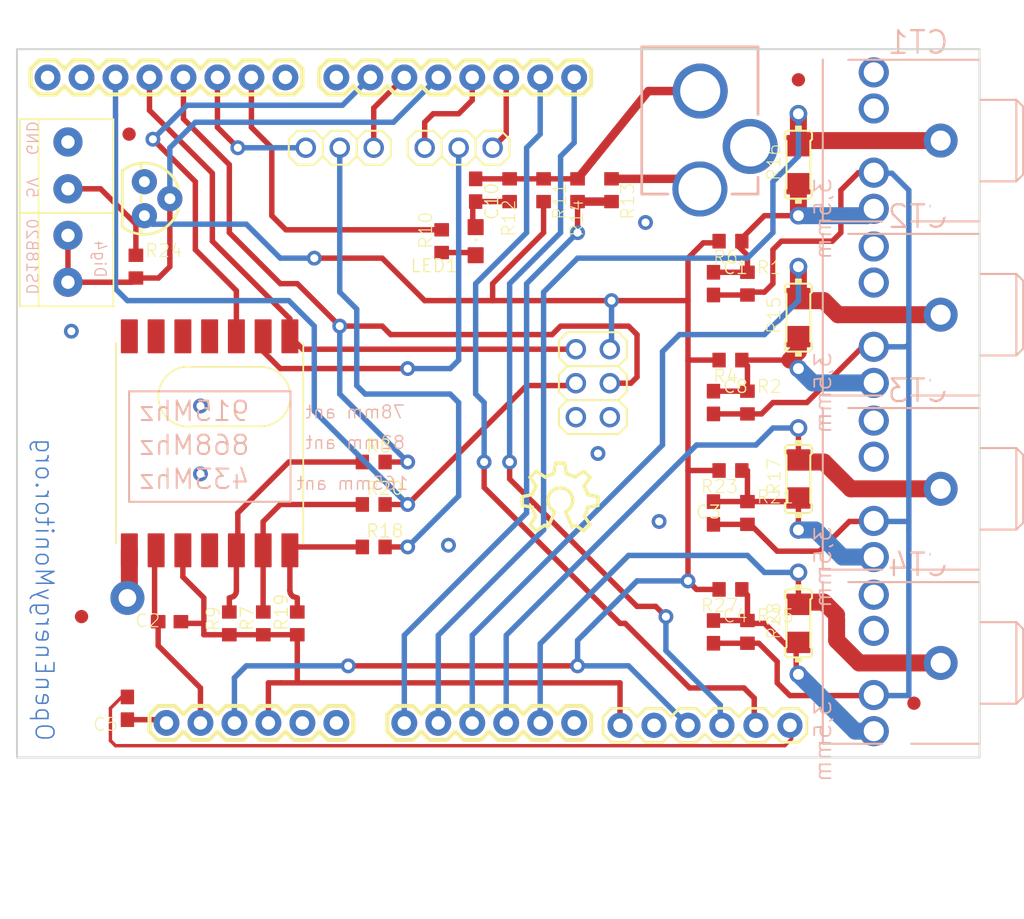
<source format=kicad_pcb>
(kicad_pcb (version 20171130) (host pcbnew "(5.0.0)")
  (layers (0 Top signal) (31 Bottom signal) (34 B.Paste user) (35 F.Paste user) (36 B.SilkS user) (37 F.SilkS user) (38 B.Mask user) (39 F.Mask user) (44 Edge.Cuts user))
  (net 0 "")
  (net 1 +5V)
  (net 2 GND)
  (net 3 3.3V)
  (net 4 /MOSI)
  (net 5 /SCK)
  (net 6 /MISO)
  (net 7 "Net-(CT3-Pad2)")
  (net 8 "Net-(C3-Pad1)")
  (net 9 "Net-(CT3-Pad3)")
  (net 10 /ADC3)
  (net 11 "Net-(CT2-Pad2)")
  (net 12 "Net-(C8-Pad1)")
  (net 13 "Net-(CT2-Pad3)")
  (net 14 /ADC2)
  (net 15 /ADC0)
  (net 16 "Net-(C1-Pad1)")
  (net 17 /ADC1)
  (net 18 /DIG9)
  (net 19 "Net-(R20-Pad1)")
  (net 20 "Net-(R8-Pad1)")
  (net 21 "Net-(JP1-Pad2)")
  (net 22 "Net-(R18-Pad1)")
  (net 23 "Net-(JP2-Pad2)")
  (net 24 /DIG6)
  (net 25 "Net-(ANT1-Pad1)")
  (net 26 "Net-(CT1-Pad2)")
  (net 27 "Net-(CT1-Pad3)")
  (net 28 "Net-(ARDUINO1-PadAREF)")
  (net 29 /DIG10)
  (net 30 /DIG8)
  (net 31 /DIG7)
  (net 32 /DIG5)
  (net 33 /DIG4)
  (net 34 /DIG3)
  (net 35 /DIG2)
  (net 36 /TX)
  (net 37 /RX)
  (net 38 /RST)
  (net 39 /VIN)
  (net 40 /ADC4)
  (net 41 /ADC5)
  (net 42 "Net-(CT4-Pad2)")
  (net 43 "Net-(C4-Pad1)")
  (net 44 "Net-(CT4-Pad3)")
  (net 45 "Net-(JP3-PadCTS)")
  (net 46 "Net-(C5-Pad2)")
  (net 47 "Net-(ISP1-Pad5)")
  (net 48 "Net-(AC9V1-PadGND)")
  (net 49 "Net-(AC9V1-PadPWR)")
  (net 50 "Net-(AC9V1-PadGNDBREAK)")
  (net 51 "Net-(LED1-PadA)")
  (module EmonTxShieldV2.5:2X03 (layer Top) (at 155.575 103.4963 270)
    (fp_text reference ISP1 hide)
    (fp_text value "3x2F -  BOTTOM" hide)
    (pad 6 thru_hole circle (at 2.54 -1.27 270) (size 1.524 1.524) (drill 1.016) (layers *.Cu *.Mask) (net 2 GND))
    (pad 5 thru_hole circle (at 2.54 1.27 270) (size 1.524 1.524) (drill 1.016) (layers *.Cu *.Mask) (net 47 "Net-(ISP1-Pad5)"))
    (pad 4 thru_hole circle (at 0 -1.27 270) (size 1.524 1.524) (drill 1.016) (layers *.Cu *.Mask) (net 4 /MOSI))
    (pad 3 thru_hole circle (at 0 1.27 270) (size 1.524 1.524) (drill 1.016) (layers *.Cu *.Mask) (net 5 /SCK))
    (pad 2 thru_hole circle (at -2.54 -1.27 270) (size 1.524 1.524) (drill 1.016) (layers *.Cu *.Mask) (net 1 +5V))
    (pad 1 thru_hole circle (at -2.54 1.27 270) (size 1.524 1.524) (drill 1.016) (layers *.Cu *.Mask) (net 6 /MISO))
  )
  (module EmonTxShieldV2.5:STX3100 (layer Bottom) (at 184.277 111.2941 180)
    (fp_text reference CT3 (at 1.985 6.25) (layer B.SilkS) (effects (font (size 1.6891 1.6891) (thickness 0.16891)) (justify left bottom mirror)))
    (fp_text value STEREOJACK hide)
    (fp_text user 3,5mm (at 10.79 -2.831 90) (layer B.SilkS) (effects (font (size 1.2065 1.2065) (thickness 0.127)) (justify left bottom mirror)))
    (pad "" np_thru_hole circle (at 2.7 -5.1 180) (size 1.5 1.5) (drill 1.5) (layers *.Cu))
    (pad "" np_thru_hole circle (at 2.7 4.9 180) (size 1.5 1.5) (drill 1.5) (layers *.Cu))
    (pad 2 thru_hole circle (at 7.7 5 180) (size 2.25 2.25) (drill 1.5) (layers *.Cu *.Mask) (net 7 "Net-(CT3-Pad2)"))
    (pad 5 thru_hole circle (at 7.7 -5.2 180) (size 2.25 2.25) (drill 1.5) (layers *.Cu *.Mask) (net 8 "Net-(C3-Pad1)"))
    (pad 4 thru_hole circle (at 7.7 -2.5 180) (size 2.25 2.25) (drill 1.5) (layers *.Cu *.Mask) (net 2 GND))
    (pad 3 thru_hole circle (at 7.7 2.3 180) (size 2.25 2.25) (drill 1.5) (layers *.Cu *.Mask) (net 9 "Net-(CT3-Pad3)"))
    (pad 1 thru_hole circle (at 2.7 -0.1 180) (size 2.54 2.54) (drill 1.5) (layers *.Cu *.Mask) (net 10 /ADC3))
  )
  (module EmonTxShieldV2.5:STX3100 (layer Bottom) (at 184.277 98.2766 180)
    (fp_text reference CT2 (at 1.985 6.25) (layer B.SilkS) (effects (font (size 1.6891 1.6891) (thickness 0.16891)) (justify left bottom mirror)))
    (fp_text value STEREOJACK hide)
    (fp_text user 3,5mm (at 10.79 -2.831 90) (layer B.SilkS) (effects (font (size 1.2065 1.2065) (thickness 0.127)) (justify left bottom mirror)))
    (pad "" np_thru_hole circle (at 2.7 -5.1 180) (size 1.5 1.5) (drill 1.5) (layers *.Cu))
    (pad "" np_thru_hole circle (at 2.7 4.9 180) (size 1.5 1.5) (drill 1.5) (layers *.Cu))
    (pad 2 thru_hole circle (at 7.7 5 180) (size 2.25 2.25) (drill 1.5) (layers *.Cu *.Mask) (net 11 "Net-(CT2-Pad2)"))
    (pad 5 thru_hole circle (at 7.7 -5.2 180) (size 2.25 2.25) (drill 1.5) (layers *.Cu *.Mask) (net 12 "Net-(C8-Pad1)"))
    (pad 4 thru_hole circle (at 7.7 -2.5 180) (size 2.25 2.25) (drill 1.5) (layers *.Cu *.Mask) (net 2 GND))
    (pad 3 thru_hole circle (at 7.7 2.3 180) (size 2.25 2.25) (drill 1.5) (layers *.Cu *.Mask) (net 13 "Net-(CT2-Pad3)"))
    (pad 1 thru_hole circle (at 2.7 -0.1 180) (size 2.54 2.54) (drill 1.5) (layers *.Cu *.Mask) (net 14 /ADC2))
  )
  (module EmonTxShieldV2.5:R0603 (layer Top) (at 167.132 104.9441 270)
    (fp_text reference R2 (at -0.635 -0.635) (layer F.SilkS) (effects (font (size 0.9652 0.9652) (thickness 0.077216)) (justify left bottom)))
    (fp_text value 470K hide)
    (pad 2 smd roundrect (at 0.85 0 270) (size 1 1.1) (layers Top F.Paste F.Mask) (roundrect_rratio 0.0508) (net 2 GND))
    (pad 1 smd roundrect (at -0.85 0 270) (size 1 1.1) (layers Top F.Paste F.Mask) (roundrect_rratio 0.0508) (net 12 "Net-(C8-Pad1)"))
  )
  (module EmonTxShieldV2.5:0204_7 (layer Top) (at 170.942 98.5941 90)
    (fp_text reference R3 hide)
    (fp_text value 33R hide)
    (pad 2 thru_hole circle (at 3.81 0 90) (size 1.3208 1.3208) (drill 0.8128) (layers *.Cu *.Mask) (net 14 /ADC2))
    (pad 1 thru_hole circle (at -3.81 0 90) (size 1.3208 1.3208) (drill 0.8128) (layers *.Cu *.Mask) (net 12 "Net-(C8-Pad1)"))
  )
  (module EmonTxShieldV2.5:R0603 (layer Top) (at 165.862 101.7691 180)
    (fp_text reference R4 (at -0.635 -0.635) (layer F.SilkS) (effects (font (size 0.9652 0.9652) (thickness 0.077216)) (justify right top)))
    (fp_text value 470K hide)
    (pad 2 smd roundrect (at 0.85 0 180) (size 1 1.1) (layers Top F.Paste F.Mask) (roundrect_rratio 0.0508) (net 1 +5V))
    (pad 1 smd roundrect (at -0.85 0 180) (size 1 1.1) (layers Top F.Paste F.Mask) (roundrect_rratio 0.0508) (net 12 "Net-(C8-Pad1)"))
  )
  (module EmonTxShieldV2.5:C0603 (layer Top) (at 164.592 104.9441 270)
    (fp_text reference C8 (at -0.635 -0.635) (layer F.SilkS) (effects (font (size 0.9652 0.9652) (thickness 0.09652)) (justify left bottom)))
    (fp_text value 10µ hide)
    (pad 2 smd roundrect (at 0.85 0 270) (size 1.1 1) (layers Top F.Paste F.Mask) (roundrect_rratio 0.0508) (net 2 GND))
    (pad 1 smd roundrect (at -0.85 0 270) (size 1.1 1) (layers Top F.Paste F.Mask) (roundrect_rratio 0.0508) (net 12 "Net-(C8-Pad1)"))
  )
  (module EmonTxShieldV2.5:R0603 (layer Top) (at 151.892 89.0691 270)
    (fp_text reference R11 (at -0.635 -0.635 90) (layer F.SilkS) (effects (font (size 0.9652 0.9652) (thickness 0.077216)) (justify right top)))
    (fp_text value 470K hide)
    (pad 2 smd roundrect (at 0.85 0 270) (size 1 1.1) (layers Top F.Paste F.Mask) (roundrect_rratio 0.0508) (net 1 +5V))
    (pad 1 smd roundrect (at -0.85 0 270) (size 1 1.1) (layers Top F.Paste F.Mask) (roundrect_rratio 0.0508) (net 48 "Net-(AC9V1-PadGND)"))
  )
  (module EmonTxShieldV2.5:R0603 (layer Top) (at 149.352 89.0691 90)
    (fp_text reference R12 (at -0.635 -0.635 90) (layer F.SilkS) (effects (font (size 0.9652 0.9652) (thickness 0.077216)) (justify right top)))
    (fp_text value 470K hide)
    (pad 2 smd roundrect (at 0.85 0 90) (size 1 1.1) (layers Top F.Paste F.Mask) (roundrect_rratio 0.0508) (net 48 "Net-(AC9V1-PadGND)"))
    (pad 1 smd roundrect (at -0.85 0 90) (size 1 1.1) (layers Top F.Paste F.Mask) (roundrect_rratio 0.0508) (net 2 GND))
  )
  (module EmonTxShieldV2.5:R0603 (layer Top) (at 156.972 89.0691 270)
    (fp_text reference R13 (at -0.635 -0.635 90) (layer F.SilkS) (effects (font (size 0.9652 0.9652) (thickness 0.077216)) (justify right top)))
    (fp_text value 120K hide)
    (pad 2 smd roundrect (at 0.85 0 270) (size 1 1.1) (layers Top F.Paste F.Mask) (roundrect_rratio 0.0508) (net 15 /ADC0))
    (pad 1 smd roundrect (at -0.85 0 270) (size 1 1.1) (layers Top F.Paste F.Mask) (roundrect_rratio 0.0508) (net 49 "Net-(AC9V1-PadPWR)"))
  )
  (module EmonTxShieldV2.5:R0603 (layer Top) (at 154.432 89.0691 90)
    (fp_text reference R14 (at -0.635 -0.635 90) (layer F.SilkS) (effects (font (size 0.9652 0.9652) (thickness 0.077216)) (justify right top)))
    (fp_text value 10K hide)
    (pad 2 smd roundrect (at 0.85 0 90) (size 1 1.1) (layers Top F.Paste F.Mask) (roundrect_rratio 0.0508) (net 48 "Net-(AC9V1-PadGND)"))
    (pad 1 smd roundrect (at -0.85 0 90) (size 1 1.1) (layers Top F.Paste F.Mask) (roundrect_rratio 0.0508) (net 15 /ADC0))
  )
  (module EmonTxShieldV2.5:C0603 (layer Top) (at 146.812 89.0691 270)
    (fp_text reference C10 (at -0.635 -0.635 90) (layer F.SilkS) (effects (font (size 0.9652 0.9652) (thickness 0.09652)) (justify right top)))
    (fp_text value 10µ hide)
    (pad 2 smd roundrect (at 0.85 0 270) (size 1.1 1) (layers Top F.Paste F.Mask) (roundrect_rratio 0.0508) (net 2 GND))
    (pad 1 smd roundrect (at -0.85 0 270) (size 1.1 1) (layers Top F.Paste F.Mask) (roundrect_rratio 0.0508) (net 48 "Net-(AC9V1-PadGND)"))
  )
  (module EmonTxShieldV2.5:R0603 (layer Top) (at 167.132 96.0541 270)
    (fp_text reference R1 (at -0.635 -0.635) (layer F.SilkS) (effects (font (size 0.9652 0.9652) (thickness 0.077216)) (justify left bottom)))
    (fp_text value 470K hide)
    (pad 2 smd roundrect (at 0.85 0 270) (size 1 1.1) (layers Top F.Paste F.Mask) (roundrect_rratio 0.0508) (net 2 GND))
    (pad 1 smd roundrect (at -0.85 0 270) (size 1 1.1) (layers Top F.Paste F.Mask) (roundrect_rratio 0.0508) (net 16 "Net-(C1-Pad1)"))
  )
  (module EmonTxShieldV2.5:0204_7 (layer Top) (at 170.942 87.1641 90)
    (fp_text reference R5 hide)
    (fp_text value 33R hide)
    (pad 2 thru_hole circle (at 3.81 0 90) (size 1.3208 1.3208) (drill 0.8128) (layers *.Cu *.Mask) (net 17 /ADC1))
    (pad 1 thru_hole circle (at -3.81 0 90) (size 1.3208 1.3208) (drill 0.8128) (layers *.Cu *.Mask) (net 16 "Net-(C1-Pad1)"))
  )
  (module EmonTxShieldV2.5:R0603 (layer Top) (at 165.862 92.8791 180)
    (fp_text reference R6 (at -0.635 -0.635) (layer F.SilkS) (effects (font (size 0.9652 0.9652) (thickness 0.077216)) (justify right top)))
    (fp_text value 470K hide)
    (pad 2 smd roundrect (at 0.85 0 180) (size 1 1.1) (layers Top F.Paste F.Mask) (roundrect_rratio 0.0508) (net 1 +5V))
    (pad 1 smd roundrect (at -0.85 0 180) (size 1 1.1) (layers Top F.Paste F.Mask) (roundrect_rratio 0.0508) (net 16 "Net-(C1-Pad1)"))
  )
  (module EmonTxShieldV2.5:C0603 (layer Top) (at 164.592 96.0541 270)
    (fp_text reference C1 (at -0.635 -0.635) (layer F.SilkS) (effects (font (size 0.9652 0.9652) (thickness 0.09652)) (justify left bottom)))
    (fp_text value 10µ hide)
    (pad 2 smd roundrect (at 0.85 0 270) (size 1.1 1) (layers Top F.Paste F.Mask) (roundrect_rratio 0.0508) (net 2 GND))
    (pad 1 smd roundrect (at -0.85 0 270) (size 1.1 1) (layers Top F.Paste F.Mask) (roundrect_rratio 0.0508) (net 16 "Net-(C1-Pad1)"))
  )
  (module EmonTxShieldV2.5:POWER_JACK_PTH_LOCK (layer Bottom) (at 163.576 75.0991)
    (fp_text reference AC9V1 hide)
    (fp_text value POWER_JACKPTH_LOCK hide)
    (pad GNDBREAK thru_hole circle (at 3.7616 10.7 270) (size 4.1148 4.1148) (drill 2.9972) (layers *.Cu *.Mask) (net 50 "Net-(AC9V1-PadGNDBREAK)"))
    (pad GND thru_hole circle (at 0.0254 6.557) (size 4.1148 4.1148) (drill 2.9972) (layers *.Cu *.Mask) (net 48 "Net-(AC9V1-PadGND)"))
    (pad PWR thru_hole circle (at 0 13.8778) (size 4.1148 4.1148) (drill 3.2) (layers *.Cu *.Mask) (net 49 "Net-(AC9V1-PadPWR)"))
  )
  (module EmonTxShieldV2.5:CHIPLED_0805 (layer Top) (at 146.812 92.8791)
    (fp_text reference LED1 (at -1.27 1.27) (layer F.SilkS) (effects (font (size 0.9652 0.9652) (thickness 0.09652)) (justify right top)))
    (fp_text value green hide)
    (pad A smd roundrect (at 0 1.05) (size 1.2 1.2) (layers Top F.Paste F.Mask) (roundrect_rratio 0.05) (net 51 "Net-(LED1-PadA)"))
    (pad C smd roundrect (at 0 -1.05) (size 1.2 1.2) (layers Top F.Paste F.Mask) (roundrect_rratio 0.05) (net 2 GND))
  )
  (module EmonTxShieldV2.5:R0603 (layer Top) (at 144.272 92.8791 90)
    (fp_text reference R10 (at -0.635 -0.635 90) (layer F.SilkS) (effects (font (size 0.9652 0.9652) (thickness 0.077216)) (justify left bottom)))
    (fp_text value 1K hide)
    (pad 2 smd roundrect (at 0.85 0 90) (size 1 1.1) (layers Top F.Paste F.Mask) (roundrect_rratio 0.0508) (net 18 /DIG9))
    (pad 1 smd roundrect (at -0.85 0 90) (size 1 1.1) (layers Top F.Paste F.Mask) (roundrect_rratio 0.0508) (net 51 "Net-(LED1-PadA)"))
  )
  (module EmonTxShieldV2.5:C0603 (layer Top) (at 123.9266 121.3271)
    (fp_text reference C2 (at -0.635 -0.635) (layer F.SilkS) (effects (font (size 0.9652 0.9652) (thickness 0.077216)) (justify right top)))
    (fp_text value 100nF hide)
    (pad 2 smd roundrect (at 0.85 0) (size 1.1 1) (layers Top F.Paste F.Mask) (roundrect_rratio 0.0508) (net 2 GND))
    (pad 1 smd roundrect (at -0.85 0) (size 1.1 1) (layers Top F.Paste F.Mask) (roundrect_rratio 0.0508) (net 3 3.3V))
  )
  (module EmonTxShieldV2.5:R0603 (layer Top) (at 130.937 121.4541 90)
    (fp_text reference R7 (at -0.635 -0.635 90) (layer F.SilkS) (effects (font (size 0.9652 0.9652) (thickness 0.09652)) (justify left bottom)))
    (fp_text value 10k hide)
    (pad 2 smd roundrect (at 0.85 0 90) (size 1 1.1) (layers Top F.Paste F.Mask) (roundrect_rratio 0.0508) (net 19 "Net-(R20-Pad1)"))
    (pad 1 smd roundrect (at -0.85 0 90) (size 1 1.1) (layers Top F.Paste F.Mask) (roundrect_rratio 0.0508) (net 2 GND))
  )
  (module EmonTxShieldV2.5:R0603 (layer Top) (at 139.192 109.3891)
    (fp_text reference R8 (at -0.635 -0.635) (layer F.SilkS) (effects (font (size 0.9652 0.9652) (thickness 0.09652)) (justify left bottom)))
    (fp_text value 4k7 hide)
    (pad 2 smd roundrect (at 0.85 0) (size 1 1.1) (layers Top F.Paste F.Mask) (roundrect_rratio 0.0508) (net 4 /MOSI))
    (pad 1 smd roundrect (at -0.85 0) (size 1 1.1) (layers Top F.Paste F.Mask) (roundrect_rratio 0.0508) (net 20 "Net-(R8-Pad1)"))
  )
  (module EmonTxShieldV2.5:R0603 (layer Top) (at 128.397 121.4541 90)
    (fp_text reference R9 (at -0.635 -0.635 90) (layer F.SilkS) (effects (font (size 0.9652 0.9652) (thickness 0.077216)) (justify left bottom)))
    (fp_text value 10k hide)
    (pad 2 smd roundrect (at 0.85 0 90) (size 1 1.1) (layers Top F.Paste F.Mask) (roundrect_rratio 0.0508) (net 20 "Net-(R8-Pad1)"))
    (pad 1 smd roundrect (at -0.85 0 90) (size 1 1.1) (layers Top F.Paste F.Mask) (roundrect_rratio 0.0508) (net 2 GND))
  )
  (module EmonTxShieldV2.5:R0603 (layer Top) (at 139.192 115.7391)
    (fp_text reference R18 (at -0.635 -0.635) (layer F.SilkS) (effects (font (size 0.9652 0.9652) (thickness 0.09652)) (justify left bottom)))
    (fp_text value 4k7 hide)
    (pad 2 smd roundrect (at 0.85 0) (size 1 1.1) (layers Top F.Paste F.Mask) (roundrect_rratio 0.0508) (net 21 "Net-(JP1-Pad2)"))
    (pad 1 smd roundrect (at -0.85 0) (size 1 1.1) (layers Top F.Paste F.Mask) (roundrect_rratio 0.0508) (net 22 "Net-(R18-Pad1)"))
  )
  (module EmonTxShieldV2.5:R0603 (layer Top) (at 133.477 121.4541 90)
    (fp_text reference R19 (at -0.635 -0.635 90) (layer F.SilkS) (effects (font (size 0.9652 0.9652) (thickness 0.09652)) (justify left bottom)))
    (fp_text value 10k hide)
    (pad 2 smd roundrect (at 0.85 0 90) (size 1 1.1) (layers Top F.Paste F.Mask) (roundrect_rratio 0.0508) (net 22 "Net-(R18-Pad1)"))
    (pad 1 smd roundrect (at -0.85 0 90) (size 1 1.1) (layers Top F.Paste F.Mask) (roundrect_rratio 0.0508) (net 2 GND))
  )
  (module EmonTxShieldV2.5:R0603 (layer Top) (at 139.192 112.5641)
    (fp_text reference R20 (at -0.635 -0.635) (layer F.SilkS) (effects (font (size 0.9652 0.9652) (thickness 0.09652)) (justify left bottom)))
    (fp_text value 4k7 hide)
    (pad 2 smd roundrect (at 0.85 0) (size 1 1.1) (layers Top F.Paste F.Mask) (roundrect_rratio 0.0508) (net 5 /SCK))
    (pad 1 smd roundrect (at -0.85 0) (size 1 1.1) (layers Top F.Paste F.Mask) (roundrect_rratio 0.0508) (net 19 "Net-(R20-Pad1)"))
  )
  (module EmonTxShieldV2.5:RFM12B (layer Top) (at 126.9238 107.9921 270)
    (fp_text reference U$2 hide)
    (fp_text value RFM12B)
    (pad VDD smd roundrect (at 8 4 270) (size 2.54 1.27) (layers Top F.Paste F.Mask) (roundrect_rratio 0.05) (net 3 3.3V))
    (pad SEL smd roundrect (at 8 -6 270) (size 2.54 1.27) (layers Top F.Paste F.Mask) (roundrect_rratio 0.05) (net 22 "Net-(R18-Pad1)"))
    (pad SDO smd roundrect (at -8 -6 270) (size 2.54 1.27) (layers Top F.Paste F.Mask) (roundrect_rratio 0.05) (net 6 /MISO))
    (pad SDI smd roundrect (at 8 -2 270) (size 2.54 1.27) (layers Top F.Paste F.Mask) (roundrect_rratio 0.05) (net 20 "Net-(R8-Pad1)"))
    (pad SCK smd roundrect (at 8 -4 270) (size 2.54 1.27) (layers Top F.Paste F.Mask) (roundrect_rratio 0.05) (net 19 "Net-(R20-Pad1)"))
    (pad P$16 smd roundrect (at 8 0 270) (size 2.54 1.27) (layers Top F.Paste F.Mask) (roundrect_rratio 0.05))
    (pad P$12 smd roundrect (at -8 6 270) (size 2.54 1.27) (layers Top F.Paste F.Mask) (roundrect_rratio 0.05))
    (pad P$10 smd roundrect (at -8 4 270) (size 2.54 1.27) (layers Top F.Paste F.Mask) (roundrect_rratio 0.05))
    (pad P$9 smd roundrect (at -8 2 270) (size 2.54 1.27) (layers Top F.Paste F.Mask) (roundrect_rratio 0.05))
    (pad P$8 smd roundrect (at -8 0 270) (size 2.54 1.27) (layers Top F.Paste F.Mask) (roundrect_rratio 0.05))
    (pad IRQ smd roundrect (at -8 -4 270) (size 2.54 1.27) (layers Top F.Paste F.Mask) (roundrect_rratio 0.05) (net 23 "Net-(JP2-Pad2)"))
    (pad GND smd roundrect (at 8 2 270) (size 2.54 1.27) (layers Top F.Paste F.Mask) (roundrect_rratio 0.05) (net 2 GND))
    (pad FFS smd roundrect (at -8 -2 270) (size 2.54 1.27) (layers Top F.Paste F.Mask) (roundrect_rratio 0.05) (net 24 /DIG6))
    (pad ANT smd roundrect (at 8 6 270) (size 2.54 1.27) (layers Top F.Paste F.Mask) (roundrect_rratio 0.05) (net 25 "Net-(ANT1-Pad1)"))
  )
  (module EmonTxShieldV2.5:STX3100 (layer Bottom) (at 184.277 85.2591 180)
    (fp_text reference CT1 (at 1.985 6.25) (layer B.SilkS) (effects (font (size 1.6891 1.6891) (thickness 0.16891)) (justify left bottom mirror)))
    (fp_text value STEREOJACK hide)
    (fp_text user 3,5mm (at 10.79 -2.831 90) (layer B.SilkS) (effects (font (size 1.2065 1.2065) (thickness 0.127)) (justify left bottom mirror)))
    (pad "" np_thru_hole circle (at 2.7 -5.1 180) (size 1.5 1.5) (drill 1.5) (layers *.Cu))
    (pad "" np_thru_hole circle (at 2.7 4.9 180) (size 1.5 1.5) (drill 1.5) (layers *.Cu))
    (pad 2 thru_hole circle (at 7.7 5 180) (size 2.25 2.25) (drill 1.5) (layers *.Cu *.Mask) (net 26 "Net-(CT1-Pad2)"))
    (pad 5 thru_hole circle (at 7.7 -5.2 180) (size 2.25 2.25) (drill 1.5) (layers *.Cu *.Mask) (net 16 "Net-(C1-Pad1)"))
    (pad 4 thru_hole circle (at 7.7 -2.5 180) (size 2.25 2.25) (drill 1.5) (layers *.Cu *.Mask) (net 2 GND))
    (pad 3 thru_hole circle (at 7.7 2.3 180) (size 2.25 2.25) (drill 1.5) (layers *.Cu *.Mask) (net 27 "Net-(CT1-Pad3)"))
    (pad 1 thru_hole circle (at 2.7 -0.1 180) (size 2.54 2.54) (drill 1.5) (layers *.Cu *.Mask) (net 17 /ADC1))
  )
  (module EmonTxShieldV2.5:ARDUINO2 (layer Top) (at 154.178 128.8963 90)
    (fp_text reference ARDUINO1 hide)
    (fp_text value ARDUINO2 hide)
    (pad AREF thru_hole circle (at 48.26 -39.37 90) (size 1.9304 1.9304) (drill 1) (layers *.Cu *.Mask) (net 28 "Net-(ARDUINO1-PadAREF)"))
    (pad GND2 thru_hole circle (at 48.26 -36.83 90) (size 1.9304 1.9304) (drill 1) (layers *.Cu *.Mask))
    (pad 13 thru_hole circle (at 48.26 -34.29 90) (size 1.9304 1.9304) (drill 1) (layers *.Cu *.Mask) (net 5 /SCK))
    (pad 12 thru_hole circle (at 48.26 -31.75 90) (size 1.9304 1.9304) (drill 1) (layers *.Cu *.Mask) (net 6 /MISO))
    (pad PWM_11 thru_hole circle (at 48.26 -29.21 90) (size 1.9304 1.9304) (drill 1) (layers *.Cu *.Mask) (net 4 /MOSI))
    (pad PWM_10 thru_hole circle (at 48.26 -26.67 90) (size 1.9304 1.9304) (drill 1) (layers *.Cu *.Mask) (net 29 /DIG10))
    (pad PWM_09 thru_hole circle (at 48.26 -24.13 90) (size 1.9304 1.9304) (drill 1) (layers *.Cu *.Mask) (net 18 /DIG9))
    (pad 08 thru_hole circle (at 48.26 -21.59 90) (size 1.9304 1.9304) (drill 1) (layers *.Cu *.Mask) (net 30 /DIG8))
    (pad 07 thru_hole circle (at 48.26 -17.78 90) (size 1.9304 1.9304) (drill 1) (layers *.Cu *.Mask) (net 31 /DIG7))
    (pad PWM_06 thru_hole circle (at 48.26 -15.24 90) (size 1.9304 1.9304) (drill 1) (layers *.Cu *.Mask) (net 24 /DIG6))
    (pad PWM_05 thru_hole circle (at 48.26 -12.7 90) (size 1.9304 1.9304) (drill 1) (layers *.Cu *.Mask) (net 32 /DIG5))
    (pad 04 thru_hole circle (at 48.26 -10.16 90) (size 1.9304 1.9304) (drill 1) (layers *.Cu *.Mask) (net 33 /DIG4))
    (pad PWM_03 thru_hole circle (at 48.26 -7.62 90) (size 1.9304 1.9304) (drill 1) (layers *.Cu *.Mask) (net 34 /DIG3))
    (pad 02 thru_hole circle (at 48.26 -5.08 90) (size 1.9304 1.9304) (drill 1) (layers *.Cu *.Mask) (net 35 /DIG2))
    (pad TX_01 thru_hole circle (at 48.26 -2.54 90) (size 1.9304 1.9304) (drill 1) (layers *.Cu *.Mask) (net 36 /TX))
    (pad RX_00 thru_hole circle (at 48.26 0 90) (size 1.9304 1.9304) (drill 1) (layers *.Cu *.Mask) (net 37 /RX))
    (pad RESET thru_hole circle (at 0 -30.48 90) (size 1.9304 1.9304) (drill 1) (layers *.Cu *.Mask) (net 38 /RST))
    (pad 3V3 thru_hole circle (at 0 -27.94 90) (size 1.9304 1.9304) (drill 1) (layers *.Cu *.Mask) (net 3 3.3V))
    (pad 5V thru_hole circle (at 0 -25.4 90) (size 1.9304 1.9304) (drill 1) (layers *.Cu *.Mask) (net 1 +5V))
    (pad GND thru_hole circle (at 0 -22.86 90) (size 1.9304 1.9304) (drill 1) (layers *.Cu *.Mask) (net 2 GND))
    (pad GND1 thru_hole circle (at 0 -20.32 90) (size 1.9304 1.9304) (drill 1) (layers *.Cu *.Mask))
    (pad VIN thru_hole circle (at 0 -17.78 90) (size 1.9304 1.9304) (drill 1) (layers *.Cu *.Mask) (net 39 /VIN))
    (pad 0 thru_hole circle (at 0 -12.7 90) (size 1.9304 1.9304) (drill 1) (layers *.Cu *.Mask) (net 15 /ADC0))
    (pad 1 thru_hole circle (at 0 -10.16 90) (size 1.9304 1.9304) (drill 1) (layers *.Cu *.Mask) (net 17 /ADC1))
    (pad 2 thru_hole circle (at 0 -7.62 90) (size 1.9304 1.9304) (drill 1) (layers *.Cu *.Mask) (net 14 /ADC2))
    (pad 3 thru_hole circle (at 0 -5.08 90) (size 1.9304 1.9304) (drill 1) (layers *.Cu *.Mask) (net 10 /ADC3))
    (pad 4 thru_hole circle (at 0 -2.54 90) (size 1.9304 1.9304) (drill 1) (layers *.Cu *.Mask) (net 40 /ADC4))
    (pad 5 thru_hole circle (at 0 0 90) (size 1.9304 1.9304) (drill 1) (layers *.Cu *.Mask) (net 41 /ADC5))
  )
  (module EmonTxShieldV2.5:PAD-01 (layer Top) (at 120.777 119.5491)
    (fp_text reference ANT1 hide)
    (fp_text value ANTENNA)
    (pad 1 thru_hole circle (at 0 0) (size 2.54 2.54) (drill 1.3208) (layers *.Cu *.Mask) (net 25 "Net-(ANT1-Pad1)"))
  )
  (module EmonTxShieldV2.5:R0603 (layer Top) (at 167.132 113.1991 270)
    (fp_text reference R21 (at -0.635 -0.635) (layer F.SilkS) (effects (font (size 0.9652 0.9652) (thickness 0.077216)) (justify left bottom)))
    (fp_text value 470K hide)
    (pad 2 smd roundrect (at 0.85 0 270) (size 1 1.1) (layers Top F.Paste F.Mask) (roundrect_rratio 0.0508) (net 2 GND))
    (pad 1 smd roundrect (at -0.85 0 270) (size 1 1.1) (layers Top F.Paste F.Mask) (roundrect_rratio 0.0508) (net 8 "Net-(C3-Pad1)"))
  )
  (module EmonTxShieldV2.5:0204_7 (layer Top) (at 170.942 110.6591 90)
    (fp_text reference R22 hide)
    (fp_text value 33R hide)
    (pad 2 thru_hole circle (at 3.81 0 90) (size 1.3208 1.3208) (drill 0.8128) (layers *.Cu *.Mask) (net 10 /ADC3))
    (pad 1 thru_hole circle (at -3.81 0 90) (size 1.3208 1.3208) (drill 0.8128) (layers *.Cu *.Mask) (net 8 "Net-(C3-Pad1)"))
  )
  (module EmonTxShieldV2.5:R0603 (layer Top) (at 165.862 110.0241 180)
    (fp_text reference R23 (at -0.635 -0.635) (layer F.SilkS) (effects (font (size 0.9652 0.9652) (thickness 0.077216)) (justify right top)))
    (fp_text value 470K hide)
    (pad 2 smd roundrect (at 0.85 0 180) (size 1 1.1) (layers Top F.Paste F.Mask) (roundrect_rratio 0.0508) (net 1 +5V))
    (pad 1 smd roundrect (at -0.85 0 180) (size 1 1.1) (layers Top F.Paste F.Mask) (roundrect_rratio 0.0508) (net 8 "Net-(C3-Pad1)"))
  )
  (module EmonTxShieldV2.5:C0603 (layer Top) (at 164.592 113.1991 270)
    (fp_text reference C3 (at -0.635 -0.635) (layer F.SilkS) (effects (font (size 0.9652 0.9652) (thickness 0.09652)) (justify right top)))
    (fp_text value 10µ hide)
    (pad 2 smd roundrect (at 0.85 0 270) (size 1.1 1) (layers Top F.Paste F.Mask) (roundrect_rratio 0.0508) (net 2 GND))
    (pad 1 smd roundrect (at -0.85 0 270) (size 1.1 1) (layers Top F.Paste F.Mask) (roundrect_rratio 0.0508) (net 8 "Net-(C3-Pad1)"))
  )
  (module EmonTxShieldV2.5:R0603 (layer Top) (at 121.412 94.7841 270)
    (fp_text reference R24 (at -0.635 -0.635) (layer F.SilkS) (effects (font (size 0.9652 0.9652) (thickness 0.077216)) (justify left bottom)))
    (fp_text value 4K7 hide)
    (pad 2 smd roundrect (at 0.85 0 270) (size 1 1.1) (layers Top F.Paste F.Mask) (roundrect_rratio 0.0508) (net 33 /DIG4))
    (pad 1 smd roundrect (at -0.85 0 270) (size 1 1.1) (layers Top F.Paste F.Mask) (roundrect_rratio 0.0508) (net 1 +5V))
  )
  (module EmonTxShieldV2.5:TO-92 (layer Top) (at 122.047 89.7041 270)
    (fp_text reference Q2 hide)
    (fp_text value DS18B20)
    (pad 1 thru_hole circle (at -1.27 0 270) (size 1.8796 1.8796) (drill 0.8128) (layers *.Cu *.Mask) (net 2 GND))
    (pad 2 thru_hole circle (at 0 -1.905 270) (size 1.8796 1.8796) (drill 0.8128) (layers *.Cu *.Mask) (net 33 /DIG4))
    (pad 3 thru_hole circle (at 1.27 0 270) (size 1.8796 1.8796) (drill 0.8128) (layers *.Cu *.Mask) (net 1 +5V))
  )
  (module EmonTxShieldV2.5:OSHW_10X200_NOTEXT (layer Top) (at 150.2918 114.5453)
    (fp_text reference LOGO1 hide)
    (fp_text value OSHW_LOGO_10MILX0200-NT hide)
  )
  (module EmonTxShieldV2.5:R1206 (layer Top) (at 170.942 98.5941 90)
    (fp_text reference R15 (at -1.27 -1.27 90) (layer F.SilkS) (effects (font (size 0.9652 0.9652) (thickness 0.077216)) (justify left bottom)))
    (fp_text value 33R hide)
    (pad 1 smd roundrect (at -1.422 0 90) (size 1.6 1.803) (layers Top F.Paste F.Mask) (roundrect_rratio 0.05) (net 12 "Net-(C8-Pad1)"))
    (pad 2 smd roundrect (at 1.422 0 90) (size 1.6 1.803) (layers Top F.Paste F.Mask) (roundrect_rratio 0.05) (net 14 /ADC2))
  )
  (module EmonTxShieldV2.5:R1206 (layer Top) (at 170.942 87.1641 90)
    (fp_text reference R16 (at -1.27 -1.27 90) (layer F.SilkS) (effects (font (size 0.9652 0.9652) (thickness 0.077216)) (justify left bottom)))
    (fp_text value 33R hide)
    (pad 1 smd roundrect (at -1.422 0 90) (size 1.6 1.803) (layers Top F.Paste F.Mask) (roundrect_rratio 0.05) (net 16 "Net-(C1-Pad1)"))
    (pad 2 smd roundrect (at 1.422 0 90) (size 1.6 1.803) (layers Top F.Paste F.Mask) (roundrect_rratio 0.05) (net 17 /ADC1))
  )
  (module EmonTxShieldV2.5:R1206 (layer Top) (at 170.942 110.6591 90)
    (fp_text reference R17 (at -1.27 -1.27 90) (layer F.SilkS) (effects (font (size 0.9652 0.9652) (thickness 0.077216)) (justify left bottom)))
    (fp_text value 33R hide)
    (pad 1 smd roundrect (at -1.422 0 90) (size 1.6 1.803) (layers Top F.Paste F.Mask) (roundrect_rratio 0.05) (net 8 "Net-(C3-Pad1)"))
    (pad 2 smd roundrect (at 1.422 0 90) (size 1.6 1.803) (layers Top F.Paste F.Mask) (roundrect_rratio 0.05) (net 10 /ADC3))
  )
  (module EmonTxShieldV2.5:STX3100 (layer Bottom) (at 184.277 124.3116 180)
    (fp_text reference CT4 (at 1.985 6.25) (layer B.SilkS) (effects (font (size 1.6891 1.6891) (thickness 0.16891)) (justify left bottom mirror)))
    (fp_text value STEREOJACK hide)
    (fp_text user 3,5mm (at 10.79 -2.831 90) (layer B.SilkS) (effects (font (size 1.2065 1.2065) (thickness 0.127)) (justify left bottom mirror)))
    (pad "" np_thru_hole circle (at 2.7 -5.1 180) (size 1.5 1.5) (drill 1.5) (layers *.Cu))
    (pad "" np_thru_hole circle (at 2.7 4.9 180) (size 1.5 1.5) (drill 1.5) (layers *.Cu))
    (pad 2 thru_hole circle (at 7.7 5 180) (size 2.25 2.25) (drill 1.5) (layers *.Cu *.Mask) (net 42 "Net-(CT4-Pad2)"))
    (pad 5 thru_hole circle (at 7.7 -5.2 180) (size 2.25 2.25) (drill 1.5) (layers *.Cu *.Mask) (net 43 "Net-(C4-Pad1)"))
    (pad 4 thru_hole circle (at 7.7 -2.5 180) (size 2.25 2.25) (drill 1.5) (layers *.Cu *.Mask) (net 2 GND))
    (pad 3 thru_hole circle (at 7.7 2.3 180) (size 2.25 2.25) (drill 1.5) (layers *.Cu *.Mask) (net 44 "Net-(CT4-Pad3)"))
    (pad 1 thru_hole circle (at 2.7 -0.1 180) (size 2.54 2.54) (drill 1.5) (layers *.Cu *.Mask) (net 40 /ADC4))
  )
  (module EmonTxShieldV2.5:R0603 (layer Top) (at 167.132 122.0891 270)
    (fp_text reference R25 (at -0.635 -0.635) (layer F.SilkS) (effects (font (size 0.9652 0.9652) (thickness 0.077216)) (justify left bottom)))
    (fp_text value 470K hide)
    (pad 2 smd roundrect (at 0.85 0 270) (size 1 1.1) (layers Top F.Paste F.Mask) (roundrect_rratio 0.0508) (net 2 GND))
    (pad 1 smd roundrect (at -0.85 0 270) (size 1 1.1) (layers Top F.Paste F.Mask) (roundrect_rratio 0.0508) (net 43 "Net-(C4-Pad1)"))
  )
  (module EmonTxShieldV2.5:0204_7 (layer Top) (at 170.942 121.4541 90)
    (fp_text reference R26 hide)
    (fp_text value 33R hide)
    (pad 2 thru_hole circle (at 3.81 0 90) (size 1.3208 1.3208) (drill 0.8128) (layers *.Cu *.Mask) (net 40 /ADC4))
    (pad 1 thru_hole circle (at -3.81 0 90) (size 1.3208 1.3208) (drill 0.8128) (layers *.Cu *.Mask) (net 43 "Net-(C4-Pad1)"))
  )
  (module EmonTxShieldV2.5:R0603 (layer Top) (at 165.862 118.9141 180)
    (fp_text reference R27 (at -0.635 -0.635) (layer F.SilkS) (effects (font (size 0.9652 0.9652) (thickness 0.077216)) (justify right top)))
    (fp_text value 470K hide)
    (pad 2 smd roundrect (at 0.85 0 180) (size 1 1.1) (layers Top F.Paste F.Mask) (roundrect_rratio 0.0508) (net 1 +5V))
    (pad 1 smd roundrect (at -0.85 0 180) (size 1 1.1) (layers Top F.Paste F.Mask) (roundrect_rratio 0.0508) (net 43 "Net-(C4-Pad1)"))
  )
  (module EmonTxShieldV2.5:C0603 (layer Top) (at 164.592 122.0891 270)
    (fp_text reference C4 (at -0.635 -0.635) (layer F.SilkS) (effects (font (size 0.9652 0.9652) (thickness 0.077216)) (justify left bottom)))
    (fp_text value 10µ hide)
    (pad 2 smd roundrect (at 0.85 0 270) (size 1.1 1) (layers Top F.Paste F.Mask) (roundrect_rratio 0.0508) (net 2 GND))
    (pad 1 smd roundrect (at -0.85 0 270) (size 1.1 1) (layers Top F.Paste F.Mask) (roundrect_rratio 0.0508) (net 43 "Net-(C4-Pad1)"))
  )
  (module EmonTxShieldV2.5:R1206 (layer Top) (at 170.942 121.4541 90)
    (fp_text reference R28 (at -1.27 -1.27 90) (layer F.SilkS) (effects (font (size 0.9652 0.9652) (thickness 0.077216)) (justify left bottom)))
    (fp_text value 33R hide)
    (pad 1 smd roundrect (at -1.422 0 90) (size 1.6 1.803) (layers Top F.Paste F.Mask) (roundrect_rratio 0.05) (net 43 "Net-(C4-Pad1)"))
    (pad 2 smd roundrect (at 1.422 0 90) (size 1.6 1.803) (layers Top F.Paste F.Mask) (roundrect_rratio 0.05) (net 40 /ADC4))
  )
  (module EmonTxShieldV2.5:FIDUCIAL_1MM (layer Top) (at 170.942 80.8141)
    (fp_text reference U$1 hide)
    (fp_text value FIDUCIAL hide)
    (pad 1 smd roundrect (at 0 0) (size 1 1) (layers Top F.Mask) (roundrect_rratio 0.5))
  )
  (module EmonTxShieldV2.5:FIDUCIAL_1MM (layer Top) (at 179.578 127.4231)
    (fp_text reference U$3 hide)
    (fp_text value FIDUCIAL hide)
    (pad 1 smd roundrect (at 0 0) (size 1 1) (layers Top F.Mask) (roundrect_rratio 0.5))
  )
  (module EmonTxShieldV2.5:1X2-3.5MM (layer Top) (at 116.332 87.1641 270)
    (fp_text reference J1 hide)
    (fp_text value 1X2-3.5MM hide)
    (pad 2 thru_hole circle (at -1.7 0 270) (size 2.1844 2.1844) (drill 1) (layers *.Cu *.Mask) (net 2 GND))
    (pad 1 thru_hole circle (at 1.8 0 270) (size 2.1844 2.1844) (drill 1) (layers *.Cu *.Mask) (net 1 +5V))
  )
  (module EmonTxShieldV2.5:1X2-3.5MM (layer Top) (at 116.332 94.1491 270)
    (fp_text reference J2 hide)
    (fp_text value 1X2-3.5MM hide)
    (pad 2 thru_hole circle (at -1.7 0 270) (size 2.1844 2.1844) (drill 1) (layers *.Cu *.Mask) (net 33 /DIG4))
    (pad 1 thru_hole circle (at 1.8 0 270) (size 2.1844 2.1844) (drill 1) (layers *.Cu *.Mask) (net 33 /DIG4))
  )
  (module EmonTxShieldV2.5:1X03 (layer Top) (at 136.652 85.8941)
    (fp_text reference JP1 hide)
    (fp_text value PINHD-1X3)
    (pad 3 thru_hole circle (at 2.54 0 90) (size 1.524 1.524) (drill 1.016) (layers *.Cu *.Mask) (net 32 /DIG5))
    (pad 2 thru_hole circle (at 0 0 90) (size 1.524 1.524) (drill 1.016) (layers *.Cu *.Mask) (net 21 "Net-(JP1-Pad2)"))
    (pad 1 thru_hole circle (at -2.54 0 90) (size 1.524 1.524) (drill 1.016) (layers *.Cu *.Mask) (net 29 /DIG10))
  )
  (module EmonTxShieldV2.5:1X03 (layer Top) (at 145.542 85.8941 180)
    (fp_text reference JP2 hide)
    (fp_text value PINHD-1X3)
    (pad 3 thru_hole circle (at 2.54 0 270) (size 1.524 1.524) (drill 1.016) (layers *.Cu *.Mask) (net 34 /DIG3))
    (pad 2 thru_hole circle (at 0 0 270) (size 1.524 1.524) (drill 1.016) (layers *.Cu *.Mask) (net 23 "Net-(JP2-Pad2)"))
    (pad 1 thru_hole circle (at -2.54 0 270) (size 1.524 1.524) (drill 1.016) (layers *.Cu *.Mask) (net 35 /DIG2))
  )
  (module EmonTxShieldV2.5:FTDI_BASIC (layer Top) (at 170.307 129.0741 180)
    (fp_text reference JP3 hide)
    (fp_text value FTDI_BASICPTH hide)
    (pad GND thru_hole circle (at 12.7 0 270) (size 1.8796 1.8796) (drill 1.016) (layers *.Cu *.Mask) (net 2 GND))
    (pad CTS thru_hole circle (at 10.16 0 270) (size 1.8796 1.8796) (drill 1.016) (layers *.Cu *.Mask) (net 45 "Net-(JP3-PadCTS)"))
    (pad VCC thru_hole circle (at 7.62 0 270) (size 1.8796 1.8796) (drill 1.016) (layers *.Cu *.Mask) (net 1 +5V))
    (pad TXO thru_hole circle (at 5.08 0 270) (size 1.8796 1.8796) (drill 1.016) (layers *.Cu *.Mask) (net 37 /RX))
    (pad RXI thru_hole circle (at 2.54 0 270) (size 1.8796 1.8796) (drill 1.016) (layers *.Cu *.Mask) (net 36 /TX))
    (pad DTR thru_hole circle (at 0 0 270) (size 1.8796 1.8796) (drill 1.016) (layers *.Cu *.Mask) (net 46 "Net-(C5-Pad2)"))
  )
  (module EmonTxShieldV2.5:C0603 (layer Top) (at 120.777 127.8041 90)
    (fp_text reference C5 (at -0.635 -0.635) (layer F.SilkS) (effects (font (size 0.9652 0.9652) (thickness 0.077216)) (justify right top)))
    (fp_text value 100nF)
    (pad 2 smd roundrect (at 0.85 0 90) (size 1.1 1) (layers Top F.Paste F.Mask) (roundrect_rratio 0.0508) (net 46 "Net-(C5-Pad2)"))
    (pad 1 smd roundrect (at -0.85 0 90) (size 1.1 1) (layers Top F.Paste F.Mask) (roundrect_rratio 0.0508) (net 38 /RST))
  )
  (module EmonTxShieldV2.5:FIDUCIAL_1MM (layer Top) (at 120.904 84.8781)
    (fp_text reference U$4 hide)
    (fp_text value FIDUCIAL hide)
    (pad 1 smd roundrect (at 0 0) (size 1 1) (layers Top F.Mask) (roundrect_rratio 0.5))
  )
  (module EmonTxShieldV2.5:FIDUCIAL_1MM (layer Top) (at 117.348 120.9461)
    (fp_text reference U$5 hide)
    (fp_text value FIDUCIAL hide)
    (pad 1 smd roundrect (at 0 0) (size 1 1) (layers Top F.Mask) (roundrect_rratio 0.5))
  )
  (gr_line (start 112.522 131.4791) (end 184.4802 131.4791) (layer Edge.Cuts) (width 0.15))
  (gr_line (start 184.4802 131.4791) (end 184.4802 78.5281) (layer Edge.Cuts) (width 0.15))
  (gr_line (start 184.4802 78.5281) (end 112.522 78.5281) (layer Edge.Cuts) (width 0.15))
  (gr_text 433Mhz (at 121.539 109.8209) (layer B.SilkS) (effects (font (size 1.4478 1.4478) (thickness 0.1524)) (justify right top mirror)))
  (gr_text 868Mhz (at 121.539 107.2809) (layer B.SilkS) (effects (font (size 1.4478 1.4478) (thickness 0.1524)) (justify right top mirror)))
  (gr_text 915Mhz (at 121.539 104.7409) (layer B.SilkS) (effects (font (size 1.4478 1.4478) (thickness 0.1524)) (justify right top mirror)))
  (gr_text "78mm ant" (at 141.605 106.2141) (layer B.SilkS) (effects (font (size 0.9652 0.9652) (thickness 0.1016)) (justify left bottom mirror)))
  (gr_line (start 132.969 112.3609) (end 132.969 104.1059) (layer B.SilkS) (width 0.15))
  (gr_line (start 132.969 104.1059) (end 120.904 104.1059) (layer B.SilkS) (width 0.15))
  (gr_line (start 120.904 104.1059) (end 120.904 112.3609) (layer B.SilkS) (width 0.15))
  (gr_line (start 132.969 112.3609) (end 120.904 112.3609) (layer B.SilkS) (width 0.15))
  (gr_text "82mm ant" (at 141.605 108.5001) (layer B.SilkS) (effects (font (size 0.9652 0.9652) (thickness 0.1016)) (justify left bottom mirror)))
  (gr_text "165mm ant" (at 141.859 111.5481) (layer B.SilkS) (effects (font (size 0.9652 0.9652) (thickness 0.1016)) (justify left bottom mirror)))
  (gr_line (start 112.522 131.4791) (end 112.522 78.5281) (layer Edge.Cuts) (width 0.15))
  (gr_text GND (at 113.157 86.5291 -90) (layer B.SilkS) (effects (font (size 0.84455 0.84455) (thickness 0.0889)) (justify left bottom mirror)))
  (gr_text 5V (at 113.157 89.7041 -90) (layer B.SilkS) (effects (font (size 0.84455 0.84455) (thickness 0.0889)) (justify left bottom mirror)))
  (gr_text DS18B20 (at 113.157 96.9431 -90) (layer B.SilkS) (effects (font (size 0.84455 0.84455) (thickness 0.0889)) (justify left bottom mirror)))
  (gr_text Dig4 (at 118.237 95.6731 -90) (layer B.SilkS) (effects (font (size 0.84455 0.84455) (thickness 0.0889)) (justify left bottom mirror)))
  (gr_text OpenEnergyMonitor.org (at 113.792 130.3441 -90) (layer Bottom) (effects (font (size 1.32715 1.32715) (thickness 0.11176)) (justify left bottom mirror)))
  (segment (start 121.412 93.9341) (end 121.412 91.6091) (width 0.4064) (layer Top) (net 1))
  (segment (start 121.412 91.6091) (end 122.047 90.9741) (width 0.4064) (layer Top) (net 1))
  (segment (start 116.332 88.9641) (end 116.332 89.0691) (width 0.4064) (layer Bottom) (net 1))
  (segment (start 121.412 91.6091) (end 118.767 88.9641) (width 0.4064) (layer Top) (net 1))
  (segment (start 118.767 88.9641) (end 116.332 88.9641) (width 0.4064) (layer Top) (net 1))
  (segment (start 162.687 118.2791) (end 162.687 110.0241) (width 0.4064) (layer Top) (net 1))
  (segment (start 162.687 110.0241) (end 162.687 101.7691) (width 0.4064) (layer Top) (net 1))
  (segment (start 162.687 101.7691) (end 162.687 97.3241) (width 0.4064) (layer Top) (net 1))
  (segment (start 165.012 101.7691) (end 162.687 101.7691) (width 0.4064) (layer Top) (net 1))
  (segment (start 165.012 110.0241) (end 162.687 110.0241) (width 0.4064) (layer Top) (net 1))
  (segment (start 122.047 90.9741) (end 122.682 91.6091) (width 0.4064) (layer Bottom) (net 1))
  (segment (start 122.682 91.6091) (end 129.667 91.6091) (width 0.4064) (layer Bottom) (net 1))
  (segment (start 129.667 91.6091) (end 132.207 94.1491) (width 0.4064) (layer Bottom) (net 1))
  (via (at 134.747 94.1491) (size 1.108) (drill 0.6) (layers Top Bottom) (net 1))
  (segment (start 132.207 94.1491) (end 134.747 94.1491) (width 0.4064) (layer Bottom) (net 1))
  (segment (start 151.892 89.9191) (end 151.892 92.2441) (width 0.4064) (layer Top) (net 1))
  (segment (start 151.892 92.2441) (end 148.082 96.0541) (width 0.4064) (layer Top) (net 1))
  (segment (start 162.687 97.3241) (end 156.972 97.3241) (width 0.4064) (layer Top) (net 1))
  (segment (start 156.972 97.3241) (end 148.082 97.3241) (width 0.4064) (layer Top) (net 1))
  (segment (start 148.082 97.3241) (end 143.002 97.3241) (width 0.4064) (layer Top) (net 1))
  (segment (start 148.082 96.0541) (end 148.082 97.3241) (width 0.4064) (layer Top) (net 1))
  (segment (start 143.002 97.3241) (end 139.827 94.1491) (width 0.4064) (layer Top) (net 1))
  (segment (start 139.827 94.1491) (end 134.747 94.1491) (width 0.4064) (layer Top) (net 1))
  (via (at 156.972 97.3241) (size 1.108) (drill 0.6) (layers Top Bottom) (net 1))
  (segment (start 156.845 100.9563) (end 156.972 100.8293) (width 0.4064) (layer Bottom) (net 1))
  (segment (start 156.972 100.8293) (end 156.972 97.3241) (width 0.4064) (layer Bottom) (net 1))
  (segment (start 162.687 129.0741) (end 158.242 124.6291) (width 0.4064) (layer Bottom) (net 1))
  (segment (start 158.242 124.6291) (end 154.432 124.6291) (width 0.4064) (layer Bottom) (net 1))
  (via (at 154.432 124.6291) (size 1.108) (drill 0.6) (layers Top Bottom) (net 1))
  (segment (start 154.432 124.6291) (end 137.287 124.6291) (width 0.4064) (layer Top) (net 1))
  (via (at 137.287 124.6291) (size 1.108) (drill 0.6) (layers Top Bottom) (net 1))
  (segment (start 137.287 124.6291) (end 129.667 124.6291) (width 0.4064) (layer Bottom) (net 1))
  (segment (start 129.667 124.6291) (end 128.778 125.5181) (width 0.4064) (layer Bottom) (net 1))
  (segment (start 128.778 125.5181) (end 128.778 128.8963) (width 0.4064) (layer Bottom) (net 1))
  (segment (start 154.432 124.6291) (end 154.432 122.7241) (width 0.4064) (layer Bottom) (net 1))
  (segment (start 154.432 122.7241) (end 158.877 118.2791) (width 0.4064) (layer Bottom) (net 1))
  (segment (start 158.877 118.2791) (end 162.687 118.2791) (width 0.4064) (layer Bottom) (net 1))
  (via (at 162.687 118.2791) (size 1.108) (drill 0.6) (layers Top Bottom) (net 1))
  (segment (start 165.012 118.9141) (end 163.322 118.9141) (width 0.4064) (layer Top) (net 1))
  (segment (start 163.322 118.9141) (end 162.687 118.2791) (width 0.4064) (layer Top) (net 1))
  (segment (start 162.687 97.3241) (end 162.687 94.1491) (width 0.4064) (layer Top) (net 1))
  (segment (start 162.687 94.1491) (end 163.83 93.0061) (width 0.4064) (layer Top) (net 1))
  (segment (start 163.83 93.0061) (end 164.885 93.0061) (width 0.4064) (layer Top) (net 1))
  (segment (start 164.885 93.0061) (end 165.012 92.8791) (width 0.4064) (layer Top) (net 1))
  (segment (start 128.397 122.3041) (end 130.937 122.3041) (width 0.4064) (layer Top) (net 2))
  (segment (start 130.937 122.3041) (end 133.477 122.3041) (width 0.4064) (layer Top) (net 2))
  (segment (start 133.477 122.3041) (end 133.477 122.7241) (width 0.4064) (layer Top) (net 2))
  (segment (start 124.9238 115.9921) (end 124.9238 117.9809) (width 0.4064) (layer Top) (net 2))
  (segment (start 124.9238 117.9809) (end 126.492 119.5491) (width 0.4064) (layer Top) (net 2))
  (segment (start 126.492 119.5491) (end 126.492 121.4541) (width 0.4064) (layer Top) (net 2))
  (segment (start 126.492 121.4541) (end 126.492 122.3041) (width 0.4064) (layer Top) (net 2))
  (segment (start 126.492 122.3041) (end 128.397 122.3041) (width 0.4064) (layer Top) (net 2))
  (segment (start 124.7766 121.3271) (end 124.7766 121.4541) (width 0.4064) (layer Top) (net 2))
  (segment (start 124.7766 121.4541) (end 126.492 121.4541) (width 0.4064) (layer Top) (net 2))
  (segment (start 131.318 128.8963) (end 131.318 125.8991) (width 0.4064) (layer Top) (net 2))
  (segment (start 146.812 89.9191) (end 149.352 89.9191) (width 0.4064) (layer Top) (net 2))
  (segment (start 179.197 103.0391) (end 179.197 113.8341) (width 0.4064) (layer Bottom) (net 2))
  (segment (start 179.197 113.8341) (end 179.197 114.4691) (width 0.4064) (layer Bottom) (net 2))
  (segment (start 176.577 87.7591) (end 176.617 87.7991) (width 0.4064) (layer Bottom) (net 2))
  (segment (start 176.617 87.7991) (end 177.927 87.7991) (width 0.4064) (layer Bottom) (net 2))
  (segment (start 177.927 87.7991) (end 179.197 89.0691) (width 0.4064) (layer Bottom) (net 2))
  (segment (start 179.197 89.0691) (end 179.197 100.4991) (width 0.4064) (layer Bottom) (net 2))
  (segment (start 179.197 100.4991) (end 179.197 103.0391) (width 0.4064) (layer Bottom) (net 2))
  (segment (start 176.577 100.7766) (end 178.9195 100.7766) (width 0.4064) (layer Bottom) (net 2))
  (segment (start 178.9195 100.7766) (end 178.9195 100.7766) (width 0.4064) (layer Bottom) (net 2))
  (segment (start 178.9195 100.7766) (end 179.05825 100.739422) (width 0.4064) (layer Bottom) (net 2))
  (segment (start 179.05825 100.739422) (end 179.159822 100.63785) (width 0.4064) (layer Bottom) (net 2))
  (segment (start 179.159822 100.63785) (end 179.197 100.4991) (width 0.4064) (layer Bottom) (net 2))
  (segment (start 176.577 113.7941) (end 176.617 113.8341) (width 0.4064) (layer Bottom) (net 2))
  (segment (start 176.617 113.8341) (end 179.197 113.8341) (width 0.4064) (layer Bottom) (net 2))
  (segment (start 132.207 125.8991) (end 133.477 125.8991) (width 0.4064) (layer Top) (net 2))
  (segment (start 132.207 125.8991) (end 131.318 125.8991) (width 0.4064) (layer Top) (net 2))
  (segment (start 164.592 96.9041) (end 167.132 96.9041) (width 0.4064) (layer Top) (net 2))
  (segment (start 167.132 96.9041) (end 167.347 96.6891) (width 0.4064) (layer Top) (net 2))
  (segment (start 167.347 96.6891) (end 168.402 96.6891) (width 0.4064) (layer Top) (net 2))
  (segment (start 168.402 96.6891) (end 169.037 96.0541) (width 0.4064) (layer Top) (net 2))
  (segment (start 169.037 96.0541) (end 169.037 93.5141) (width 0.4064) (layer Top) (net 2))
  (segment (start 169.037 93.5141) (end 169.672 92.8791) (width 0.4064) (layer Top) (net 2))
  (segment (start 169.672 92.8791) (end 173.482 92.8791) (width 0.4064) (layer Top) (net 2))
  (segment (start 173.482 92.8791) (end 174.117 92.2441) (width 0.4064) (layer Top) (net 2))
  (segment (start 174.117 92.2441) (end 174.117 89.0691) (width 0.4064) (layer Top) (net 2))
  (segment (start 174.117 89.0691) (end 175.427 87.7591) (width 0.4064) (layer Top) (net 2))
  (segment (start 175.427 87.7591) (end 176.577 87.7591) (width 0.4064) (layer Top) (net 2))
  (segment (start 174.117 102.4041) (end 175.7445 100.7766) (width 0.4064) (layer Top) (net 2))
  (segment (start 175.7445 100.7766) (end 176.577 100.7766) (width 0.4064) (layer Top) (net 2))
  (segment (start 167.132 105.7941) (end 164.592 105.7941) (width 0.4064) (layer Top) (net 2))
  (segment (start 176.062 113.7941) (end 176.577 113.7941) (width 0.4064) (layer Top) (net 2))
  (segment (start 133.477 122.7241) (end 133.477 125.8991) (width 0.4064) (layer Top) (net 2))
  (segment (start 146.812 89.9191) (end 146.597 89.9191) (width 0.4064) (layer Top) (net 2))
  (segment (start 146.597 89.9191) (end 146.597 91.6141) (width 0.4064) (layer Top) (net 2))
  (segment (start 146.597 91.6141) (end 146.812 91.8291) (width 0.4064) (layer Top) (net 2))
  (segment (start 164.592 114.0491) (end 167.132 114.0491) (width 0.4064) (layer Top) (net 2))
  (segment (start 167.132 105.7941) (end 168.187 105.7941) (width 0.4064) (layer Top) (net 2))
  (segment (start 168.187 105.7941) (end 169.037 104.9441) (width 0.4064) (layer Top) (net 2))
  (segment (start 169.037 104.9441) (end 171.577 104.9441) (width 0.4064) (layer Top) (net 2))
  (segment (start 171.577 104.9441) (end 174.117 102.4041) (width 0.4064) (layer Top) (net 2))
  (segment (start 167.132 114.0491) (end 167.347 114.0491) (width 0.4064) (layer Top) (net 2))
  (segment (start 174.752 113.8341) (end 176.022 113.8341) (width 0.4064) (layer Top) (net 2))
  (segment (start 176.022 113.8341) (end 176.062 113.7941) (width 0.4064) (layer Top) (net 2))
  (segment (start 164.592 122.9391) (end 167.132 122.9391) (width 0.4064) (layer Top) (net 2))
  (segment (start 167.347 114.0491) (end 169.3545 116.0566) (width 0.4064) (layer Top) (net 2))
  (segment (start 169.3545 116.0566) (end 171.2595 116.0566) (width 0.4064) (layer Top) (net 2))
  (segment (start 171.2595 116.0566) (end 171.8945 116.0566) (width 0.4064) (layer Top) (net 2))
  (segment (start 171.8945 116.0566) (end 172.5295 116.0566) (width 0.4064) (layer Top) (net 2))
  (segment (start 172.5295 116.0566) (end 174.752 113.8341) (width 0.4064) (layer Top) (net 2))
  (segment (start 167.132 122.9391) (end 167.982 122.9391) (width 0.4064) (layer Top) (net 2))
  (segment (start 167.982 122.9391) (end 169.3545 124.3116) (width 0.4064) (layer Top) (net 2))
  (segment (start 169.3545 124.3116) (end 169.3545 125.8991) (width 0.4064) (layer Top) (net 2))
  (segment (start 169.3545 125.8991) (end 169.9895 126.5341) (width 0.4064) (layer Top) (net 2))
  (segment (start 169.9895 126.5341) (end 170.307 126.8516) (width 0.4064) (layer Top) (net 2))
  (segment (start 170.307 126.8516) (end 176.537 126.8516) (width 0.4064) (layer Top) (net 2))
  (segment (start 176.537 126.8516) (end 176.577 126.8116) (width 0.4064) (layer Top) (net 2))
  (segment (start 179.197 114.4691) (end 179.197 126.8516) (width 0.4064) (layer Bottom) (net 2))
  (segment (start 179.197 126.8516) (end 176.657 126.8516) (width 0.4064) (layer Bottom) (net 2))
  (segment (start 133.477 125.8991) (end 157.607 125.8991) (width 0.4064) (layer Top) (net 2))
  (segment (start 157.607 125.8991) (end 157.607 129.0741) (width 0.4064) (layer Top) (net 2))
  (via (at 126.238 105.1981) (size 1.108) (drill 0.6) (layers Top Bottom) (net 2))
  (via (at 126.238 110.2781) (size 1.108) (drill 0.6) (layers Top Bottom) (net 2))
  (via (at 116.586 99.6101) (size 1.108) (drill 0.6) (layers Top Bottom) (net 2))
  (via (at 155.956 108.7541) (size 1.108) (drill 0.6) (layers Top Bottom) (net 2))
  (via (at 159.512 91.4821) (size 1.108) (drill 0.6) (layers Top Bottom) (net 2))
  (via (at 144.78 115.6121) (size 1.108) (drill 0.6) (layers Top Bottom) (net 2))
  (via (at 160.528 113.8341) (size 1.108) (drill 0.6) (layers Top Bottom) (net 2))
  (segment (start 154.305 100.9563) (end 133.888 100.9563) (width 0.4064) (layer Top) (net 6))
  (segment (start 133.888 100.9563) (end 132.9238 99.9921) (width 0.4064) (layer Top) (net 6))
  (segment (start 127.127 92.8791) (end 132.9238 98.6759) (width 0.4064) (layer Top) (net 6))
  (segment (start 132.9238 98.6759) (end 132.9238 99.9921) (width 0.4064) (layer Top) (net 6))
  (segment (start 127.127 92.8791) (end 127.127 87.7991) (width 0.4064) (layer Top) (net 6))
  (segment (start 127.127 87.7991) (end 122.428 83.1001) (width 0.4064) (layer Top) (net 6))
  (segment (start 122.428 83.1001) (end 122.428 80.6363) (width 0.4064) (layer Top) (net 6))
  (segment (start 154.305 103.4963) (end 154.1272 103.6741) (width 0.4064) (layer Top) (net 5))
  (segment (start 140.042 112.5641) (end 141.732 112.5641) (width 0.4064) (layer Top) (net 5))
  (segment (start 141.732 112.5641) (end 150.622 103.6741) (width 0.4064) (layer Top) (net 5))
  (segment (start 150.622 103.6741) (end 154.1272 103.6741) (width 0.4064) (layer Top) (net 5))
  (segment (start 154.1272 103.6741) (end 154.305 103.4963) (width 0.4064) (layer Top) (net 5))
  (segment (start 119.888 80.6363) (end 119.888 96.4351) (width 0.4064) (layer Bottom) (net 5))
  (segment (start 119.888 96.4351) (end 120.777 97.3241) (width 0.4064) (layer Bottom) (net 5))
  (segment (start 120.777 97.3241) (end 132.842 97.3241) (width 0.4064) (layer Bottom) (net 5))
  (segment (start 132.842 97.3241) (end 134.747 99.2291) (width 0.4064) (layer Bottom) (net 5))
  (via (at 141.732 112.5641) (size 1.108) (drill 0.6) (layers Top Bottom) (net 5))
  (segment (start 134.747 99.2291) (end 134.747 105.5791) (width 0.4064) (layer Bottom) (net 5))
  (segment (start 134.747 105.5791) (end 141.732 112.5641) (width 0.4064) (layer Bottom) (net 5))
  (segment (start 156.845 103.4963) (end 158.4198 103.4963) (width 0.4064) (layer Top) (net 4))
  (segment (start 158.4198 103.4963) (end 158.877 103.0391) (width 0.4064) (layer Top) (net 4))
  (segment (start 158.877 103.0391) (end 158.877 99.8641) (width 0.4064) (layer Top) (net 4))
  (segment (start 158.877 99.8641) (end 158.242 99.2291) (width 0.4064) (layer Top) (net 4))
  (via (at 136.652 99.2291) (size 1.108) (drill 0.6) (layers Top Bottom) (net 4))
  (segment (start 136.652 99.2291) (end 136.652 104.3091) (width 0.4064) (layer Bottom) (net 4))
  (segment (start 136.652 104.3091) (end 141.732 109.3891) (width 0.4064) (layer Bottom) (net 4))
  (via (at 141.732 109.3891) (size 1.108) (drill 0.6) (layers Top Bottom) (net 4))
  (segment (start 128.397 92.2441) (end 128.397 87.1641) (width 0.4064) (layer Top) (net 4))
  (segment (start 128.397 87.1641) (end 124.968 83.7351) (width 0.4064) (layer Top) (net 4))
  (segment (start 124.968 83.7351) (end 124.968 80.6363) (width 0.4064) (layer Top) (net 4))
  (segment (start 158.242 99.2291) (end 153.162 99.2291) (width 0.4064) (layer Top) (net 4))
  (segment (start 153.162 99.2291) (end 152.527 99.8641) (width 0.4064) (layer Top) (net 4))
  (segment (start 152.527 99.8641) (end 140.462 99.8641) (width 0.4064) (layer Top) (net 4))
  (segment (start 140.462 99.8641) (end 139.827 99.2291) (width 0.4064) (layer Top) (net 4))
  (segment (start 139.827 99.2291) (end 136.652 99.2291) (width 0.4064) (layer Top) (net 4))
  (segment (start 136.652 99.2291) (end 133.477 96.0541) (width 0.4064) (layer Top) (net 4))
  (segment (start 133.477 96.0541) (end 132.207 96.0541) (width 0.4064) (layer Top) (net 4))
  (segment (start 132.207 96.0541) (end 130.302 94.1491) (width 0.4064) (layer Top) (net 4))
  (segment (start 130.302 94.1491) (end 128.397 92.2441) (width 0.4064) (layer Top) (net 4))
  (segment (start 140.042 109.3891) (end 141.732 109.3891) (width 0.4064) (layer Top) (net 4))
  (segment (start 156.972 89.9191) (end 154.432 89.9191) (width 0.635) (layer Top) (net 15))
  (segment (start 141.478 128.8963) (end 141.478 122.3431) (width 0.4064) (layer Bottom) (net 15))
  (segment (start 141.478 122.3431) (end 150.622 113.1991) (width 0.4064) (layer Bottom) (net 15))
  (segment (start 150.622 113.1991) (end 150.622 96.0541) (width 0.4064) (layer Bottom) (net 15))
  (segment (start 150.622 96.0541) (end 154.432 92.2441) (width 0.4064) (layer Bottom) (net 15))
  (via (at 154.432 92.2441) (size 1.108) (drill 0.6) (layers Top Bottom) (net 15))
  (segment (start 154.432 89.9191) (end 154.432 92.2441) (width 0.4064) (layer Top) (net 15))
  (segment (start 181.577 85.3591) (end 171.325 85.3591) (width 1.27) (layer Top) (net 17))
  (segment (start 171.325 85.3591) (end 170.942 85.7421) (width 0.4064) (layer Top) (net 17))
  (segment (start 144.018 128.8963) (end 144.018 122.3431) (width 0.4064) (layer Bottom) (net 17))
  (segment (start 144.018 122.3431) (end 144.272 122.0891) (width 0.4064) (layer Bottom) (net 17))
  (segment (start 144.272 122.0891) (end 151.892 114.4691) (width 0.4064) (layer Bottom) (net 17))
  (segment (start 151.892 114.4691) (end 151.892 96.6891) (width 0.4064) (layer Bottom) (net 17))
  (segment (start 151.892 96.6891) (end 154.432 94.1491) (width 0.4064) (layer Bottom) (net 17))
  (segment (start 170.942 86.5291) (end 170.942 83.3541) (width 0.4064) (layer Bottom) (net 17))
  (segment (start 169.037 88.4341) (end 170.942 86.5291) (width 0.4064) (layer Bottom) (net 17))
  (segment (start 169.037 88.4341) (end 169.037 92.2441) (width 0.4064) (layer Bottom) (net 17))
  (segment (start 169.037 92.2441) (end 167.132 94.1491) (width 0.4064) (layer Bottom) (net 17))
  (segment (start 167.132 94.1491) (end 154.432 94.1491) (width 0.4064) (layer Bottom) (net 17))
  (segment (start 170.942 85.7421) (end 170.942 83.3541) (width 1.27) (layer Top) (net 17))
  (segment (start 146.558 128.8963) (end 146.558 122.3431) (width 0.4064) (layer Bottom) (net 14))
  (segment (start 146.558 122.3431) (end 153.162 115.7391) (width 0.4064) (layer Bottom) (net 14))
  (segment (start 153.162 115.7391) (end 160.782 108.1191) (width 0.4064) (layer Bottom) (net 14))
  (segment (start 160.782 108.1191) (end 160.782 101.1341) (width 0.4064) (layer Bottom) (net 14))
  (segment (start 160.782 101.1341) (end 162.052 99.8641) (width 0.4064) (layer Bottom) (net 14))
  (segment (start 162.052 99.8641) (end 168.402 99.8641) (width 0.4064) (layer Bottom) (net 14))
  (segment (start 168.402 99.8641) (end 170.942 97.3241) (width 0.4064) (layer Bottom) (net 14))
  (segment (start 170.942 97.3241) (end 170.942 94.7841) (width 0.4064) (layer Bottom) (net 14))
  (segment (start 181.577 98.3766) (end 173.8995 98.3766) (width 1.27) (layer Top) (net 14))
  (segment (start 173.8995 98.3766) (end 172.847 97.3241) (width 1.27) (layer Top) (net 14))
  (segment (start 172.847 97.3241) (end 171.094 97.3241) (width 1.27) (layer Top) (net 14))
  (segment (start 171.094 97.3241) (end 170.942 97.1721) (width 0.4064) (layer Top) (net 14))
  (segment (start 171.094 97.3241) (end 170.942 97.1721) (width 0.4064) (layer Top) (net 14))
  (segment (start 170.942 97.1721) (end 170.942 94.7841) (width 1.27) (layer Top) (net 14))
  (segment (start 149.098 128.8963) (end 149.098 122.3431) (width 0.4064) (layer Bottom) (net 10))
  (segment (start 149.098 122.3431) (end 163.322 108.1191) (width 0.4064) (layer Bottom) (net 10))
  (segment (start 163.322 108.1191) (end 167.767 108.1191) (width 0.4064) (layer Bottom) (net 10))
  (segment (start 167.767 108.1191) (end 169.037 106.8491) (width 0.4064) (layer Bottom) (net 10))
  (segment (start 169.037 106.8491) (end 170.942 106.8491) (width 0.4064) (layer Bottom) (net 10))
  (segment (start 174.217 110.7591) (end 172.847 109.3891) (width 1.27) (layer Top) (net 10))
  (segment (start 172.847 109.3891) (end 171.094 109.3891) (width 1.27) (layer Top) (net 10))
  (segment (start 171.094 109.3891) (end 170.942 109.2371) (width 0.4064) (layer Top) (net 10))
  (segment (start 181.577 111.3941) (end 174.852 111.3941) (width 1.27) (layer Top) (net 10))
  (segment (start 174.852 111.3941) (end 174.217 110.7591) (width 1.27) (layer Top) (net 10))
  (segment (start 170.942 106.8491) (end 170.942 109.2371) (width 0.4064) (layer Top) (net 10))
  (segment (start 151.638 128.8963) (end 151.638 122.9781) (width 0.4064) (layer Bottom) (net 40))
  (segment (start 151.638 122.9781) (end 153.162 121.4541) (width 0.4064) (layer Bottom) (net 40))
  (segment (start 153.162 121.4541) (end 154.432 120.1841) (width 0.4064) (layer Bottom) (net 40))
  (segment (start 154.432 120.1841) (end 158.242 116.3741) (width 0.4064) (layer Bottom) (net 40))
  (segment (start 158.242 116.3741) (end 167.132 116.3741) (width 0.4064) (layer Bottom) (net 40))
  (segment (start 167.132 116.3741) (end 168.402 117.6441) (width 0.4064) (layer Bottom) (net 40))
  (segment (start 168.402 117.6441) (end 170.942 117.6441) (width 0.4064) (layer Bottom) (net 40))
  (segment (start 170.942 120.0321) (end 170.942 117.6441) (width 0.4064) (layer Top) (net 40))
  (segment (start 181.577 124.4116) (end 175.487 124.4116) (width 1.27) (layer Top) (net 40))
  (segment (start 175.487 124.4116) (end 173.7995 122.7241) (width 1.27) (layer Top) (net 40))
  (segment (start 173.7995 122.7241) (end 173.7995 121.1366) (width 1.27) (layer Top) (net 40))
  (segment (start 173.7995 121.1366) (end 173.7995 120.8191) (width 0.4064) (layer Top) (net 40))
  (segment (start 173.7995 120.8191) (end 172.847 119.8666) (width 1.27) (layer Top) (net 40))
  (segment (start 172.847 119.8666) (end 171.1075 119.8666) (width 1.27) (layer Top) (net 40))
  (segment (start 171.1075 119.8666) (end 170.942 120.0321) (width 0.4064) (layer Top) (net 40))
  (segment (start 176.577 103.4766) (end 172.0145 103.4766) (width 1.27) (layer Bottom) (net 12))
  (segment (start 172.0145 103.4766) (end 170.942 102.4041) (width 1.27) (layer Bottom) (net 12))
  (segment (start 166.712 101.7691) (end 167.132 102.1891) (width 0.4064) (layer Top) (net 12))
  (segment (start 167.132 102.1891) (end 167.132 104.0941) (width 0.4064) (layer Top) (net 12))
  (segment (start 164.592 104.0941) (end 167.132 104.0941) (width 0.4064) (layer Top) (net 12))
  (segment (start 167.132 104.0941) (end 167.132 104.3091) (width 0.4064) (layer Top) (net 12))
  (segment (start 170.942 102.4041) (end 170.307 101.7691) (width 0.4064) (layer Top) (net 12))
  (segment (start 170.307 101.7691) (end 166.712 101.7691) (width 0.4064) (layer Top) (net 12))
  (segment (start 170.307 101.7691) (end 170.942 101.1341) (width 1.27) (layer Top) (net 12))
  (segment (start 170.942 101.1341) (end 170.942 100.0161) (width 1.27) (layer Top) (net 12))
  (segment (start 154.432 88.2191) (end 159.725 81.6561) (width 0.635) (layer Top) (net 48))
  (segment (start 159.725 81.6561) (end 163.6014 81.6561) (width 0.635) (layer Top) (net 48))
  (segment (start 149.352 88.2191) (end 146.812 88.2191) (width 0.4064) (layer Top) (net 48))
  (segment (start 149.352 88.2191) (end 151.892 88.2191) (width 0.4064) (layer Top) (net 48))
  (segment (start 151.892 88.2191) (end 154.432 88.2191) (width 0.4064) (layer Top) (net 48))
  (segment (start 170.942 88.5861) (end 170.942 90.9741) (width 1.27) (layer Top) (net 16))
  (segment (start 170.942 90.9741) (end 170.522 90.9741) (width 0.4064) (layer Top) (net 16))
  (segment (start 176.577 90.4591) (end 176.062 90.9741) (width 1.27) (layer Bottom) (net 16))
  (segment (start 176.062 90.9741) (end 170.942 90.9741) (width 1.27) (layer Bottom) (net 16))
  (segment (start 166.712 92.8791) (end 166.497 93.2991) (width 0.4064) (layer Top) (net 16))
  (segment (start 166.497 93.2991) (end 166.497 92.8791) (width 0.4064) (layer Top) (net 16))
  (segment (start 168.402 90.9741) (end 170.942 90.9741) (width 0.4064) (layer Top) (net 16))
  (segment (start 166.712 92.8791) (end 166.712 92.6641) (width 0.4064) (layer Top) (net 16))
  (segment (start 166.712 92.6641) (end 168.402 90.9741) (width 0.4064) (layer Top) (net 16))
  (segment (start 166.497 93.2991) (end 167.132 93.9341) (width 0.4064) (layer Top) (net 16))
  (segment (start 167.132 93.9341) (end 167.132 95.2041) (width 0.4064) (layer Top) (net 16))
  (segment (start 164.592 95.2041) (end 167.132 95.2041) (width 0.4064) (layer Top) (net 16))
  (segment (start 144.272 93.7291) (end 146.612 93.7291) (width 0.4064) (layer Top) (net 51))
  (segment (start 146.612 93.7291) (end 146.812 93.9291) (width 0.4064) (layer Top) (net 51))
  (segment (start 120.9238 115.9921) (end 120.9238 118.7673) (width 1.27) (layer Top) (net 25))
  (segment (start 120.9238 118.7673) (end 120.777 119.5491) (width 0.4064) (layer Top) (net 25))
  (segment (start 130.9238 115.9921) (end 130.9238 120.5909) (width 0.4064) (layer Top) (net 19))
  (segment (start 130.9238 120.5909) (end 130.9238 120.5909) (width 0.4064) (layer Top) (net 19))
  (segment (start 130.9238 120.5909) (end 130.937 120.6041) (width 0.4064) (layer Top) (net 19))
  (segment (start 130.9238 115.9921) (end 130.9238 113.8473) (width 0.4064) (layer Top) (net 19))
  (segment (start 130.9238 113.8473) (end 132.207 112.5641) (width 0.4064) (layer Top) (net 19))
  (segment (start 138.342 112.5641) (end 132.207 112.5641) (width 0.4064) (layer Top) (net 19))
  (segment (start 128.9238 115.9921) (end 128.9238 119.0223) (width 0.4064) (layer Top) (net 20))
  (segment (start 128.9238 119.0223) (end 128.9238 119.0223) (width 0.4064) (layer Top) (net 20))
  (segment (start 128.9238 119.0223) (end 128.898017 119.18509) (width 0.4064) (layer Top) (net 20))
  (segment (start 128.898017 119.18509) (end 128.82319 119.331945) (width 0.4064) (layer Top) (net 20))
  (segment (start 128.82319 119.331945) (end 128.706645 119.44849) (width 0.4064) (layer Top) (net 20))
  (segment (start 128.706645 119.44849) (end 128.397 119.5491) (width 0.4064) (layer Top) (net 20))
  (segment (start 128.397 119.5491) (end 128.397 120.6041) (width 0.4064) (layer Top) (net 20))
  (segment (start 132.842 109.3891) (end 129.032 113.1991) (width 0.4064) (layer Top) (net 20))
  (segment (start 129.032 113.1991) (end 129.032 115.8839) (width 0.4064) (layer Top) (net 20))
  (segment (start 129.032 115.8839) (end 128.9238 115.9921) (width 0.4064) (layer Top) (net 20))
  (segment (start 138.342 109.3891) (end 132.842 109.3891) (width 0.4064) (layer Top) (net 20))
  (segment (start 132.9238 115.9921) (end 132.9238 118.9959) (width 0.4064) (layer Top) (net 22))
  (segment (start 132.9238 118.9959) (end 132.9238 118.9959) (width 0.4064) (layer Top) (net 22))
  (segment (start 132.9238 118.9959) (end 132.950876 119.166848) (width 0.4064) (layer Top) (net 22))
  (segment (start 132.950876 119.166848) (end 133.029452 119.321063) (width 0.4064) (layer Top) (net 22))
  (segment (start 133.029452 119.321063) (end 133.151837 119.443448) (width 0.4064) (layer Top) (net 22))
  (segment (start 133.151837 119.443448) (end 133.477 119.5491) (width 0.4064) (layer Top) (net 22))
  (segment (start 133.477 119.5491) (end 133.477 120.6041) (width 0.4064) (layer Top) (net 22))
  (segment (start 132.9238 115.7391) (end 132.9238 115.9921) (width 0.4064) (layer Top) (net 22))
  (segment (start 138.342 115.7391) (end 133.1768 115.7391) (width 0.4064) (layer Top) (net 22))
  (segment (start 133.1768 115.7391) (end 132.9238 115.9921) (width 0.4064) (layer Top) (net 22))
  (segment (start 149.098 80.6363) (end 149.098 84.8781) (width 0.4064) (layer Top) (net 35))
  (segment (start 149.098 84.8781) (end 148.082 85.8941) (width 0.4064) (layer Top) (net 35))
  (segment (start 122.809 116.1069) (end 122.9238 115.9921) (width 0.4064) (layer Top) (net 3))
  (segment (start 122.809 116.1069) (end 122.809 121.3271) (width 0.4064) (layer Top) (net 3))
  (segment (start 122.809 121.3271) (end 123.0766 121.3271) (width 0.4064) (layer Top) (net 3))
  (segment (start 123.0766 121.3271) (end 123.0766 123.1187) (width 0.4064) (layer Top) (net 3))
  (segment (start 123.0766 123.1187) (end 125.857 125.8991) (width 0.4064) (layer Top) (net 3))
  (segment (start 125.857 125.8991) (end 126.238 126.2801) (width 0.4064) (layer Top) (net 3))
  (segment (start 126.238 126.2801) (end 126.238 128.8963) (width 0.4064) (layer Top) (net 3))
  (segment (start 130.048 80.6363) (end 130.048 84.3701) (width 0.4064) (layer Top) (net 18))
  (segment (start 130.048 84.3701) (end 130.937 85.2591) (width 0.4064) (layer Top) (net 18))
  (segment (start 130.937 85.2591) (end 131.572 85.8941) (width 0.4064) (layer Top) (net 18))
  (segment (start 131.572 85.8941) (end 131.572 90.9741) (width 0.4064) (layer Top) (net 18))
  (segment (start 131.572 90.9741) (end 132.207 91.6091) (width 0.4064) (layer Top) (net 18))
  (segment (start 132.207 91.6091) (end 132.627 92.0291) (width 0.4064) (layer Top) (net 18))
  (segment (start 132.627 92.0291) (end 144.272 92.0291) (width 0.4064) (layer Top) (net 18))
  (via (at 149.352 109.3891) (size 1.108) (drill 0.6) (layers Top Bottom) (net 37))
  (segment (start 158.877 120.1841) (end 149.352 110.6591) (width 0.4064) (layer Top) (net 37))
  (segment (start 149.352 110.6591) (end 149.352 109.3891) (width 0.4064) (layer Top) (net 37))
  (segment (start 154.178 80.6363) (end 154.178 85.5131) (width 0.4064) (layer Bottom) (net 37))
  (segment (start 154.178 85.5131) (end 153.162 86.5291) (width 0.4064) (layer Bottom) (net 37))
  (segment (start 153.162 86.5291) (end 153.162 92.2441) (width 0.4064) (layer Bottom) (net 37))
  (segment (start 153.162 92.2441) (end 149.352 96.0541) (width 0.4064) (layer Bottom) (net 37))
  (segment (start 149.352 96.0541) (end 149.352 109.3891) (width 0.4064) (layer Bottom) (net 37))
  (segment (start 158.877 120.1841) (end 160.274 120.1841) (width 0.4064) (layer Top) (net 37))
  (segment (start 160.274 120.1841) (end 161.036 120.9461) (width 0.4064) (layer Top) (net 37))
  (via (at 161.036 120.9461) (size 1.108) (drill 0.6) (layers Top Bottom) (net 37))
  (segment (start 161.036 120.9461) (end 161.036 123.4861) (width 0.4064) (layer Bottom) (net 37))
  (segment (start 161.036 123.4861) (end 165.1 127.5501) (width 0.4064) (layer Bottom) (net 37))
  (segment (start 165.1 127.5501) (end 165.1 129.3281) (width 0.4064) (layer Bottom) (net 37))
  (segment (start 165.1 129.3281) (end 165.354 129.5821) (width 0.4064) (layer Bottom) (net 37))
  (segment (start 165.354 129.5821) (end 165.354 129.2011) (width 0.4064) (layer Bottom) (net 37))
  (segment (start 165.354 129.2011) (end 165.227 129.0741) (width 0.4064) (layer Bottom) (net 37))
  (via (at 147.447 109.3891) (size 1.108) (drill 0.6) (layers Top Bottom) (net 36))
  (segment (start 157.607 121.4541) (end 147.447 111.2941) (width 0.4064) (layer Top) (net 36))
  (segment (start 147.447 111.2941) (end 147.447 109.3891) (width 0.4064) (layer Top) (net 36))
  (segment (start 151.638 80.6363) (end 151.638 84.8781) (width 0.4064) (layer Bottom) (net 36))
  (segment (start 151.638 84.8781) (end 150.622 85.8941) (width 0.4064) (layer Bottom) (net 36))
  (segment (start 150.622 85.8941) (end 150.622 92.2441) (width 0.4064) (layer Bottom) (net 36))
  (segment (start 150.622 92.2441) (end 147.447 95.4191) (width 0.4064) (layer Bottom) (net 36))
  (segment (start 147.447 95.4191) (end 146.812 96.0541) (width 0.4064) (layer Bottom) (net 36))
  (segment (start 146.812 96.0541) (end 146.812 104.3091) (width 0.4064) (layer Bottom) (net 36))
  (segment (start 146.812 104.3091) (end 147.447 104.9441) (width 0.4064) (layer Bottom) (net 36))
  (segment (start 147.447 104.9441) (end 147.447 109.3891) (width 0.4064) (layer Bottom) (net 36))
  (segment (start 157.607 121.4541) (end 157.988 121.4541) (width 0.4064) (layer Top) (net 36))
  (segment (start 157.988 121.4541) (end 162.814 126.2801) (width 0.4064) (layer Top) (net 36))
  (segment (start 162.814 126.2801) (end 166.878 126.2801) (width 0.4064) (layer Top) (net 36))
  (segment (start 166.878 126.2801) (end 167.64 127.0421) (width 0.4064) (layer Top) (net 36))
  (segment (start 167.64 127.0421) (end 167.64 128.9471) (width 0.4064) (layer Top) (net 36))
  (segment (start 167.64 128.9471) (end 167.767 129.0741) (width 0.4064) (layer Top) (net 36))
  (segment (start 146.558 80.6363) (end 146.558 82.3381) (width 0.4064) (layer Top) (net 34))
  (segment (start 146.558 82.3381) (end 145.542 83.3541) (width 0.4064) (layer Top) (net 34))
  (segment (start 145.542 83.3541) (end 143.637 83.3541) (width 0.4064) (layer Top) (net 34))
  (segment (start 143.637 83.3541) (end 143.002 83.9891) (width 0.4064) (layer Top) (net 34))
  (segment (start 143.002 83.9891) (end 143.002 85.8941) (width 0.4064) (layer Top) (net 34))
  (segment (start 116.332 92.4491) (end 116.332 95.9491) (width 0.4064) (layer Top) (net 33))
  (segment (start 116.332 95.9491) (end 121.097 95.9491) (width 0.4064) (layer Top) (net 33))
  (segment (start 121.097 95.9491) (end 121.412 95.6341) (width 0.4064) (layer Top) (net 33))
  (segment (start 123.952 89.7041) (end 123.952 94.1491) (width 0.4064) (layer Top) (net 33))
  (segment (start 123.952 94.1491) (end 123.952 94.7841) (width 0.4064) (layer Top) (net 33))
  (segment (start 123.952 94.7841) (end 123.317 95.4191) (width 0.4064) (layer Top) (net 33))
  (segment (start 123.317 95.4191) (end 123.102 95.6341) (width 0.4064) (layer Top) (net 33))
  (segment (start 123.102 95.6341) (end 121.412 95.6341) (width 0.4064) (layer Top) (net 33))
  (segment (start 144.018 80.6363) (end 140.6652 83.9891) (width 0.4064) (layer Bottom) (net 33))
  (segment (start 140.6652 83.9891) (end 125.857 83.9891) (width 0.4064) (layer Bottom) (net 33))
  (segment (start 125.857 83.9891) (end 123.952 85.8941) (width 0.4064) (layer Bottom) (net 33))
  (segment (start 123.952 85.8941) (end 123.952 89.7041) (width 0.4064) (layer Bottom) (net 33))
  (segment (start 128.9238 99.9921) (end 128.9238 96.5809) (width 0.4064) (layer Top) (net 24))
  (segment (start 128.9238 96.5809) (end 125.857 93.5141) (width 0.4064) (layer Top) (net 24))
  (segment (start 125.857 93.5141) (end 125.857 88.4341) (width 0.4064) (layer Top) (net 24))
  (segment (start 125.857 88.4341) (end 123.317 85.8941) (width 0.4064) (layer Top) (net 24))
  (segment (start 138.938 80.6363) (end 136.8552 82.7191) (width 0.4064) (layer Bottom) (net 24))
  (segment (start 136.8552 82.7191) (end 125.857 82.7191) (width 0.4064) (layer Bottom) (net 24))
  (segment (start 123.317 85.8941) (end 122.682 85.2591) (width 0.4064) (layer Top) (net 24))
  (via (at 122.682 85.2591) (size 1.108) (drill 0.6) (layers Top Bottom) (net 24))
  (segment (start 125.857 82.7191) (end 125.222 82.7191) (width 0.4064) (layer Bottom) (net 24))
  (segment (start 125.222 82.7191) (end 122.682 85.2591) (width 0.4064) (layer Bottom) (net 24))
  (segment (start 127.508 80.6363) (end 127.508 84.3701) (width 0.4064) (layer Top) (net 29))
  (segment (start 127.508 84.3701) (end 129.032 85.8941) (width 0.4064) (layer Top) (net 29))
  (via (at 129.032 85.8941) (size 1.108) (drill 0.6) (layers Top Bottom) (net 29))
  (segment (start 129.032 85.8941) (end 134.112 85.8941) (width 0.4064) (layer Bottom) (net 29))
  (segment (start 141.478 80.6363) (end 139.192 82.9223) (width 0.4064) (layer Top) (net 32))
  (segment (start 139.192 82.9223) (end 139.192 85.8941) (width 0.4064) (layer Top) (net 32))
  (segment (start 130.9238 99.9921) (end 130.9238 101.1209) (width 0.4064) (layer Top) (net 23))
  (segment (start 130.9238 101.1209) (end 132.207 102.4041) (width 0.4064) (layer Top) (net 23))
  (segment (start 132.207 102.4041) (end 141.732 102.4041) (width 0.4064) (layer Top) (net 23))
  (via (at 141.732 102.4041) (size 1.108) (drill 0.6) (layers Top Bottom) (net 23))
  (segment (start 141.732 102.4041) (end 144.907 102.4041) (width 0.4064) (layer Bottom) (net 23))
  (segment (start 144.907 102.4041) (end 145.542 101.7691) (width 0.4064) (layer Bottom) (net 23))
  (segment (start 145.542 101.7691) (end 145.542 85.8941) (width 0.4064) (layer Bottom) (net 23))
  (segment (start 120.777 128.6541) (end 123.4558 128.6541) (width 0.4064) (layer Top) (net 38))
  (segment (start 123.4558 128.6541) (end 123.698 128.8963) (width 0.4064) (layer Top) (net 38))
  (segment (start 166.712 110.0241) (end 167.132 110.0241) (width 0.4064) (layer Top) (net 8))
  (segment (start 167.132 110.0241) (end 167.132 112.3491) (width 0.4064) (layer Top) (net 8))
  (segment (start 167.132 112.3491) (end 164.592 112.3491) (width 0.4064) (layer Top) (net 8))
  (segment (start 167.132 112.3491) (end 170.942 112.3491) (width 0.4064) (layer Top) (net 8))
  (segment (start 170.942 112.3491) (end 170.942 112.0811) (width 0.4064) (layer Top) (net 8))
  (segment (start 176.577 116.4941) (end 174.237 116.4941) (width 1.27) (layer Bottom) (net 8))
  (segment (start 174.237 116.4941) (end 172.212 114.4691) (width 1.27) (layer Bottom) (net 8))
  (segment (start 172.212 114.4691) (end 170.942 114.4691) (width 1.27) (layer Bottom) (net 8))
  (segment (start 170.942 112.3491) (end 170.942 114.4691) (width 0.4064) (layer Top) (net 8))
  (segment (start 156.972 88.2191) (end 162.5642 88.2191) (width 0.635) (layer Top) (net 49))
  (segment (start 162.5642 88.2191) (end 162.5642 88.2191) (width 0.635) (layer Top) (net 49))
  (segment (start 162.5642 88.2191) (end 162.797531 88.216379) (width 0.635) (layer Top) (net 49))
  (segment (start 162.797531 88.216379) (end 163.023615 88.274141) (width 0.635) (layer Top) (net 49))
  (segment (start 163.023615 88.274141) (end 163.227046 88.388449) (width 0.635) (layer Top) (net 49))
  (segment (start 163.227046 88.388449) (end 163.393959 88.551515) (width 0.635) (layer Top) (net 49))
  (segment (start 163.393959 88.551515) (end 163.512981 88.752224) (width 0.635) (layer Top) (net 49))
  (segment (start 163.512981 88.752224) (end 163.576 88.9769) (width 0.635) (layer Top) (net 49))
  (segment (start 164.592 121.2391) (end 167.132 121.2391) (width 0.4064) (layer Top) (net 43))
  (segment (start 166.712 118.9141) (end 167.132 119.3341) (width 0.4064) (layer Top) (net 43))
  (segment (start 167.132 119.3341) (end 167.132 121.2391) (width 0.4064) (layer Top) (net 43))
  (segment (start 167.132 121.2391) (end 167.347 121.4541) (width 0.4064) (layer Top) (net 43))
  (segment (start 167.347 121.4541) (end 168.402 121.4541) (width 0.4064) (layer Top) (net 43))
  (segment (start 168.402 121.4541) (end 169.9895 123.0416) (width 0.4064) (layer Top) (net 43))
  (segment (start 169.9895 123.0416) (end 170.7765 123.0416) (width 0.4064) (layer Top) (net 43))
  (segment (start 170.7765 123.0416) (end 170.942 122.8761) (width 0.4064) (layer Top) (net 43))
  (segment (start 176.577 129.5116) (end 175.1895 129.5116) (width 1.27) (layer Bottom) (net 43))
  (segment (start 175.1895 129.5116) (end 170.942 125.2641) (width 1.27) (layer Bottom) (net 43))
  (segment (start 170.7765 123.0416) (end 170.7765 125.0986) (width 0.4064) (layer Top) (net 43))
  (segment (start 170.7765 125.0986) (end 170.942 125.2641) (width 0.4064) (layer Top) (net 43))
  (segment (start 137.922 97.9591) (end 137.922 103.6741) (width 0.4064) (layer Bottom) (net 21))
  (segment (start 137.922 103.6741) (end 138.557 104.3091) (width 0.4064) (layer Bottom) (net 21))
  (segment (start 138.557 104.3091) (end 144.907 104.3091) (width 0.4064) (layer Bottom) (net 21))
  (segment (start 144.907 104.3091) (end 145.542 104.9441) (width 0.4064) (layer Bottom) (net 21))
  (segment (start 145.542 104.9441) (end 145.542 111.9291) (width 0.4064) (layer Bottom) (net 21))
  (segment (start 137.922 97.9591) (end 136.652 96.6891) (width 0.4064) (layer Bottom) (net 21))
  (segment (start 136.652 96.6891) (end 136.652 85.8941) (width 0.4064) (layer Bottom) (net 21))
  (segment (start 145.542 111.9291) (end 141.732 115.7391) (width 0.4064) (layer Bottom) (net 21))
  (via (at 141.732 115.7391) (size 1.108) (drill 0.6) (layers Top Bottom) (net 21))
  (segment (start 140.042 115.7391) (end 141.732 115.7391) (width 0.4064) (layer Top) (net 21))
  (segment (start 120.777 126.9541) (end 120.357 126.9541) (width 0.254) (layer Top) (net 46))
  (segment (start 120.357 126.9541) (end 119.507 127.8041) (width 0.254) (layer Top) (net 46))
  (segment (start 119.507 127.8041) (end 119.507 130.2171) (width 0.254) (layer Top) (net 46))
  (segment (start 119.507 130.2171) (end 119.888 130.5981) (width 0.254) (layer Top) (net 46))
  (segment (start 119.888 130.5981) (end 169.926 130.5981) (width 0.254) (layer Top) (net 46))
  (segment (start 169.926 130.5981) (end 170.434 130.0901) (width 0.254) (layer Top) (net 46))
  (segment (start 170.434 130.0901) (end 170.434 129.2011) (width 0.254) (layer Top) (net 46))
  (segment (start 170.434 129.2011) (end 170.307 129.0741) (width 0.254) (layer Top) (net 46))
)
</source>
